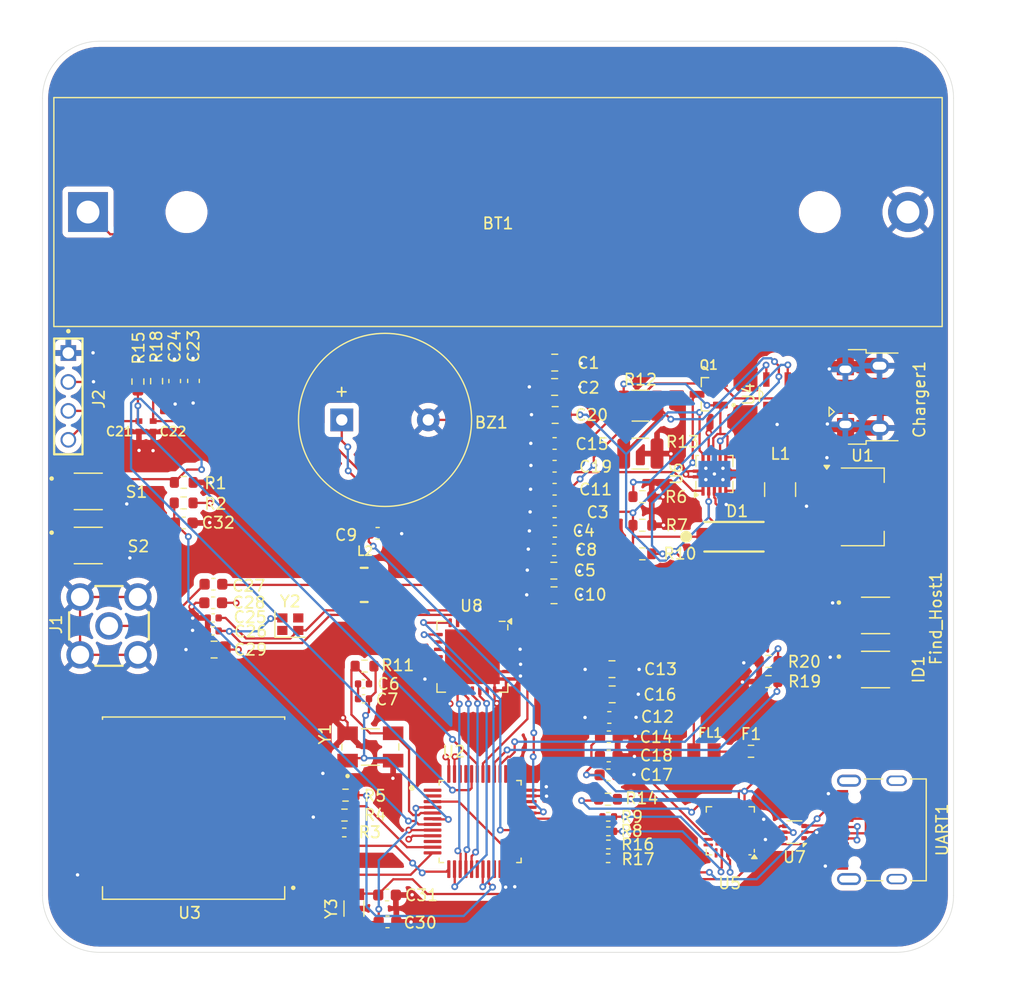
<source format=kicad_pcb>
(kicad_pcb (version 20241229) (generator "pcbnew") (generator_version "9.0")
  (layers (0 "F.Cu" signal) (4 "In1.Cu" signal) (6 "In2.Cu" signal) (2 "B.Cu" signal) (13 "F.Paste" user) (15 "B.Paste" user) (5 "F.SilkS" user "F.Silkscreen") (7 "B.SilkS" user "B.Silkscreen") (1 "F.Mask" user) (3 "B.Mask" user) (25 "Edge.Cuts" user))
  (net 0 "")
  (net 1 "Net-(BT1-+)")
  (net 2 "GND")
  (net 3 "Buzzer")
  (net 4 "5v OUT")
  (net 5 "3.3V OUT")
  (net 6 "Net-(Charger1-VBUS)")
  (net 7 "OSC_IN")
  (net 8 "Net-(C6-Pad1)")
  (net 9 "OSC_OUT")
  (net 10 "Net-(U5-REGIN)")
  (net 11 "Net-(Q1-D)")
  (net 12 "Net-(U5-VPP)")
  (net 13 "Net-(U6-VAUX)")
  (net 14 "Net-(U8-XTA)")
  (net 15 "Net-(U8-XTB)")
  (net 16 "I2C SDL")
  (net 17 "I2C SCL")
  (net 18 "Net-(Charger1-D+)")
  (net 19 "Net-(F1-Pad2)")
  (net 20 "PC_OSC_OUT")
  (net 21 "Net-(U6-L)")
  (net 22 "Net-(U8-PA_BOOST)")
  (net 23 "Net-(C27-Pad2)")
  (net 24 "NRST")
  (net 25 "Net-(C27-Pad1)")
  (net 26 "BOOT0")
  (net 27 "GPS_Reset")
  (net 28 "Net-(U3-~{RESET})")
  (net 29 "Net-(U4-PROG)")
  (net 30 "Find_Host")
  (net 31 "ID")
  (net 32 "Net-(U5-RXD)")
  (net 33 "TX")
  (net 34 "RX")
  (net 35 "Net-(U5-TXD)")
  (net 36 "Net-(U6-UVLO)")
  (net 37 "Net-(U5-~{RST})")
  (net 38 "Net-(UART1-CC2)")
  (net 39 "Net-(UART1-CC1)")
  (net 42 "PC_OSC_IN")
  (net 46 "Net-(Q1-G)")
  (net 47 "Net-(U2-PB2)")
  (net 49 "GPS_TX")
  (net 51 "SCK")
  (net 52 "MISO")
  (net 54 "NSS(CS)")
  (net 56 "DIO0(IRQ)")
  (net 61 "RESET")
  (net 62 "MOSI")
  (net 66 "GPS_Rx")
  (net 82 "Net-(U5-D-)")
  (net 84 "Net-(U5-D+)")
  (net 87 "Net-(U7-I{slash}O2-Pad3)")
  (net 88 "Net-(U7-I{slash}O1-Pad1)")
  (footprint "Capacitor_SMD:C_0402_1005Metric" (layer "F.Cu") (at 73.19 141.43)
    (property "Reference" "C6")
    (property "Value" "20pF")
  )
  (footprint "Capacitor_SMD:C_0603_1608Metric" (layer "F.Cu") (at 89.97 122.32 180)
    (property "Reference" "C19")
    (property "Value" "1uF")
  )
  (footprint "Capacitor_SMD:C_0603_1608Metric" (layer "F.Cu") (at 75.255 159.97)
    (property "Reference" "C31")
    (property "Value" "0.1uF")
  )
  (footprint "L86-M33:XCVR_L86-M33" (layer "F.Cu") (at 58.27 151.84 180)
    (property "Reference" "U3")
    (property "Value" "L86-M33")
  )
  (footprint "Inductor_SMD:L_1210_3225Metric" (layer "F.Cu") (at 109.77 124.37 -90)
    (property "Reference" "L1")
    (property "Value" "2.2uH")
  )
  (footprint "Capacitor_SMD:C_0603_1608Metric" (layer "F.Cu") (at 59.99 134.31)
    (property "Reference" "C28")
    (property "Value" "1uF")
  )
  (footprint "Capacitor_SMD:C_0805_2012Metric" (layer "F.Cu") (at 90.02 117.82 180)
    (property "Reference" "C20")
    (property "Value" "22uF")
  )
  (footprint "Capacitor_SMD:C_0603_1608Metric" (layer "F.Cu") (at 89.97 124.34 180)
    (property "Reference" "C11")
    (property "Value" "4.7uF")
  )
  (footprint "Resistor_SMD:R_0402_1005Metric" (layer "F.Cu") (at 94.69 155.53)
    (property "Reference" "R16")
    (property "Value" "5.1K")
  )
  (footprint "Diode_SMD:SW_SKRPABE010" (layer "F.Cu") (at 118.15 140.17)
    (property "Reference" "ID1")
    (property "Value" "SKRPABE010")
  )
  (footprint "Resistor_SMD:R_0603_1608Metric" (layer "F.Cu") (at 108.745 141.23)
    (property "Reference" "R19")
    (property "Value" "10K")
  )
  (footprint "PESD0402-140:RESC1005X35N" (layer "F.Cu") (at 54.72 118.813 -90)
    (property "Reference" "C22")
    (property "Value" "PESD0402-140")
  )
  (footprint "Resistor_SMD:R_0402_1005Metric" (layer "F.Cu") (at 94.68 153.1)
    (property "Reference" "R9")
    (property "Value" "22R")
  )
  (footprint "Resistor_SMD:R_1210_3225Metric" (layer "F.Cu") (at 97.5 121.21)
    (property "Reference" "R13")
    (property "Value" "180K")
  )
  (footprint "Diode_SMD:DIOM5226X220N" (layer "F.Cu") (at 105.72 128.51)
    (property "Reference" "D1")
    (property "Value" "D_Schottky")
  )
  (footprint "Crystal:Crystal_SMD_3215-2Pin_3.2x1.5mm" (layer "F.Cu") (at 72.35 161.16 90)
    (property "Reference" "Y3")
    (property "Value" "32.768kHz")
  )
  (footprint "Capacitor_SMD:C_0603_1608Metric" (layer "F.Cu") (at 89.935 129.66)
    (property "Reference" "C8")
    (property "Value" "1uF")
  )
  (footprint "Capacitor_SMD:C_0603_1608Metric" (layer "F.Cu") (at 74.43 128.21)
    (property "Reference" "C9")
    (property "Value" "1uF")
  )
  (footprint "Capacitor_SMD:C_0402_1005Metric" (layer "F.Cu") (at 59.99 136.78)
    (property "Reference" "C26")
    (property "Value" "12pF")
  )
  (footprint "Package_TO_SOT_SMD:SOT95P280X145-5N" (layer "F.Cu") (at 109.5 116 90)
    (property "Reference" "U4")
    (property "Value" "MCP73831-2-OT")
  )
  (footprint "Capacitor_SMD:C_0603_1608Metric" (layer "F.Cu") (at 94.725 147.76)
    (property "Reference" "C18")
    (property "Value" "4.7uF")
  )
  (footprint "Package_TO_SOT_SMD:SOT-666" (layer "F.Cu") (at 111.03 154.4475 180)
    (property "Reference" "U7")
    (property "Value" "USBLC6-2P6")
  )
  (footprint "Capacitor_SMD:C_0805_2012Metric" (layer "F.Cu") (at 60.07 138.42)
    (property "Reference" "C29")
    (property "Value" "22uF")
  )
  (footprint "Resistor_SMD:R_0402_1005Metric" (layer "F.Cu") (at 94.69 154.38)
    (property "Reference" "R8")
    (property "Value" "22R")
  )
  (footprint "Capacitor_SMD:C_0603_1608Metric" (layer "F.Cu") (at 94.695 149.42 180)
    (property "Reference" "C17")
    (property "Value" "0.1uF")
  )
  (footprint "Package_DFN_QFN:QFN-28-1EP_6x6mm_P0.65mm_EP4.8x4.8mm" (layer "F.Cu") (at 82.75 139.05 -90)
    (property "Reference" "U8")
    (property "Value" "SX1278")
  )
  (footprint "Capacitor_SMD:C_0603_1608Metric" (layer "F.Cu") (at 56.61 114.84 -90)
    (property "Reference" "C24")
    (property "Value" "0.1uF")
  )
  (footprint "Capacitor_SMD:C_0805_2012Metric" (layer "F.Cu") (at 89.98 113.22)
    (property "Reference" "C1")
    (property "Value" "22uF")
  )
  (footprint "Resistor_SMD:R_0603_1608Metric" (layer "F.Cu") (at 97.675 130.01)
    (property "Reference" "R10")
    (property "Value" "1K")
  )
  (footprint "Resistor_SMD:R_0603_1608Metric" (layer "F.Cu") (at 107.215 147.35 180)
    (property "Reference" "F1")
    (property "Value" "Polyfuse")
  )
  (footprint "Diode_SMD:SW_SKRPABE010" (layer "F.Cu") (at 49.0215 124.53)
    (property "Reference" "S1")
    (property "Value" "SKRPABE010")
  )
  (footprint "ABM3B-8.000MHZ-B2-T:XTAL_ABM3B-8.000MHZ-B2-T" (layer "F.Cu") (at 73.79 146.97 90)
    (property "Reference" "Y1")
    (property "Value" "ABM3B-8.000MHZ-B2-T")
  )
  (footprint "BLM21PG221SN1D:BEADC2012X105N" (layer "F.Cu") (at 103.083 147.383 180)
    (property "Reference" "FL1")
    (property "Value" "BLM21PG221SN1D")
  )
  (footprint "Resistor_SMD:R_0603_1608Metric" (layer "F.Cu") (at 97.675 127.5)
    (property "Reference" "R7")
    (property "Value" "10K")
  )
  (footprint "Resistor_SMD:R_0603_1608Metric" (layer "F.Cu") (at 73.28 139.87)
    (property "Reference" "R11")
    (property "Value" "1M")
  )
  (footprint "Capacitor_SMD:C_0603_1608Metric" (layer "F.Cu") (at 94.775 144.38)
    (property "Reference" "C12")
    (property "Value" "0.1uF")
  )
  (footprint "Resistor_SMD:R_0603_1608Metric" (layer "F.Cu") (at 71.52 152.95)
    (property "Reference" "R4")
    (property "Value" "1K")
  )
  (footprint "Resistor_SMD:R_0402_1005Metric" (layer "F.Cu") (at 94.67 156.74)
    (property "Reference" "R17")
    (property "Value" "5.1K")
  )
  (footprint "Diode_SMD:SW_SKRPABE010" (layer "F.Cu") (at 118.15 135.42)
    (property "Reference" "Find_Host1")
    (property "Value" "SKRPABE010")
  )
  (footprint "Resistor_SMD:R_1210_3225Metric" (layer "F.Cu") (at 97.5 117)
    (property "Reference" "R12")
    (property "Value" "2M")
  )
  (footprint "STM32F103C8T6:QFP50P900X900X160-48N" (layer "F.Cu") (at 83.43 153.52)
    (property "Reference" "U2")
    (property "Value" "STM32F103C8T6")
  )
  (footprint "Crystal:Crystal_SMD_2016-4Pin_2.0x1.6mm" (layer "F.Cu") (at 66.76 136.19)
    (property "Reference" "Y2")
    (property "Value" "32MHz")
  )
  (footprint "Resistor_SMD:R_0603_1608Metric" (layer "F.Cu") (at 97.675 124.99)
    (property "Reference" "R6")
    (property "Value" "10K")
  )
  (footprint "Package_TO_SOT_SMD:SOT-223-3_TabPin2" (layer "F.Cu") (at 117 125.8875)
    (property "Reference" "U1")
    (property "Value" "AMS1117-3.3")
  )
  (footprint "Connector_USB:USB_Micro-B_Amphenol_10103594-0001LF_Horizontal" (layer "F.Cu") (at 117.385 116.205 90)
    (property "Reference" "Charger1")
    (property "Value" "Charger")
  )
  (footprint "WE-TPC_2811:WE-TPC_2811" (layer "F.Cu") (at 73.25 132.74 90)
    (property "Reference" "L2")
    (property "Value" "WE-TPC_2811")
  )
  (footprint "Capacitor_SMD:C_0603_1608Metric" (layer "F.Cu") (at 60.01 132.68)
    (property "Reference" "C27")
    (property "Value" "27pF")
  )
  (footprint "Capacitor_SMD:C_0805_2012Metric" (layer "F.Cu") (at 95.025 142.35)
    (property "Reference" "C16")
    (property "Value" "22uF")
  )
  (footprint "Resistor_SMD:R_0402_1005Metric" (layer "F.Cu") (at 71.5 154.48)
    (property "Reference" "R3")
    (property "Value" "100R")
  )
  (footprint "Diode_SMD:SW_SKRPABE010" (layer "F.Cu") (at 49.0215 129.28)
    (property "Reference" "S2")
    (property "Value" "SKRPABE010")
  )
  (footprint "Capacitor_SMD:C_0603_1608Metric" (layer "F.Cu") (at 94.735 146.08)
    (property "Reference" "C14")
    (property "Value" "4.7uF")
  )
  (footprint "Battery:BatteryHolder_MPD_BH-18650-PC2" (layer "F.Cu") (at 49 100)
    (property "Reference" "BT1")
    (property "Value" "Battery_Cell")
  )
  (footprint "Package_SON:Texas_S-PVSON-N10_ThermalVias" (layer "F.Cu") (at 104 123 90)
    (property "Reference" "U6")
    (property "Value" "TPS61200DRC")
  )
  (footprint "Package_DFN_QFN:QFN-24-1EP_4x4mm_P0.5mm_EP2.6x2.6mm" (layer "F.Cu") (at 105.3975 154.33 180)
    (property "Reference" "U5")
    (property "Value" "CP2104")
  )
  (footprint "12402012E212A:AMPHENOL_12402012E212A" (layer "F.Cu") (at 120 154.25 90)
    (property "Reference" "UART1")
    (property "Value" "USB_C_Receptacle_USB2.0_16P")
  )
  (footprint "Capacitor_SMD:C_0805_2012Metric" (layer "F.Cu") (at 95.005 140.14 180)
    (property "Reference" "C13")
    (property "Value" "22uF")
  )
  (footprint "Buzzer_Beeper:Buzzer_15x7.5RM7.6" (layer "F.Cu") (at 71.28 118.25)
    (property "Reference" "BZ1")
    (property "Value" "Buzzer")
  )
  (footprint "Capacitor_SMD:C_0402_1005Metric" (layer "F.Cu") (at 73.19 142.74)
    (property "Reference" "C7")
    (property "Value" "20pF")
  )
  (footprint "Capacitor_SMD:C_0603_1608Metric" (layer "F.Cu") (at 89.97 126.32 180)
    (property "Reference" "C3")
    (property "Value" "4.7uF")
  )
  (footprint "Capacitor_SMD:C_0402_1005Metric" (layer "F.Cu") (at 59.99 135.64)
    (property "Reference" "C25")
    (property "Value" "12pF")
  )
  (footprint "PESD0402-140:RESC1005X35N" (layer "F.Cu") (at 53.47 118.813 -90)
    (property "Reference" "C21")
    (property "Value" "PESD0402-140")
  )
  (footprint "Resistor_SMD:R_0603_1608Metric" (layer "F.Cu") (at 53.38 114.885 90)
    (property "Reference" "R15")
    (property "Value" "2.2K")
  )
  (footprint "SMA-J-P-X-ST-TH1:SAMTEC_SMA-J-P-X-ST-TH1" (layer "F.Cu") (at 50.84 136.34)
    (property "Reference" "J1")
    (property "Value" "SMA-J-P-X-ST-TH1")
  )
  (footprint "Capacitor_SMD:C_0805_2012Metric" (layer "F.Cu") (at 89.92 133.65)
    (property "Reference" "C10")
    (property "Value" "22uF")
  )
  (footprint "Capacitor_SMD:C_0603_1608Metric" (layer "F.Cu") (at 57.405 127.3 180)
    (property "Reference" "C32")
    (property "Value" "0.1uF")
  )
  (footprint "Resistor_SMD:R_0603_1608Metric" (layer "F.Cu") (at 71.61 151.2)
    (property "Reference" "R5")
    (property "Value" "10K")
  )
  (footprint "Resistor_SMD:R_0603_1608Metric" (layer "F.Cu") (at 57.405 123.74 180)
    (property "Reference" "R1")
    (property "Value" "10K")
  )
  (footprint "Resistor_SMD:R_0603_1608Metric" (layer "F.Cu") (at 94.66 151.56)
    (property "Reference" "R14")
    (property "Value" "10K")
  )
  (footprint "HTSW-104-20-TM-S:SAMTEC_HTSW-104-20-TM-S" (layer "F.Cu") (at 47.27 116.19 90)
    (property "Reference" "J2")
    (property "Value" "OLED")
  )
  (footprint "Resistor_SMD:R_0603_1608Metric" (layer "F.Cu") (at 108.765 139.46)
    (property "Reference" "R20")
    (property "Value" "10K")
  )
  (footprint "Capacitor_SMD:C_0603_1608Metric" (layer "F.Cu") (at 75.295 162.33)
    (property "Reference" "C30")
    (property "Value" "0.1uF")
  )
  (footprint "Resistor_SMD:R_0603_1608Metric" (layer "F.Cu") (at 57.395 125.54 180)
    (property "Reference" "R2")
    (property "Value" "10K")
  )
  (footprint "SI2333DS-T1-E3:SOT95P237X112-3N" (layer "F.Cu") (at 103.5 116 180)
    (property "Reference" "Q1")
    (property "Value" "Q_PMOS_DSG")
  )
  (footprint "Capacitor_SMD:C_0805_2012Metric" (layer "F.Cu") (at 89.97 115.36)
    (property "Reference" "C2")
    (property "Value" "22uF")
  )
  (footprint "Capacitor_SMD:C_0603_1608Metric" (layer "F.Cu") (at 58.26 114.827 -90)
    (property "Reference" "C23")
    (property "Value" "4.7uF")
  )
  (footprint "Capacitor_SMD:C_0603_1608Metric" (layer "F.Cu") (at 89.97 120.32 180)
    (property "Reference" "C15")
    (property "Value" "4.7uF")
  )
  (footprint "Capacitor_SMD:C_0805_2012Metric" (layer "F.Cu") (at 89.9 131.49)
    (property "Reference" "C5")
    (property "Value" "22uF")
  )
  (footprint "Resistor_SMD:R_0603_1608Metric" (layer "F.Cu") (at 55.02 114.85 90)
    (property "Reference" "R18")
    (property "Value" "2.2K")
  )
  (footprint "Capacitor_SMD:C_0603_1608Metric" (layer "F.Cu") (at 89.99 128.04)
    (property "Reference" "C4")
    (property "Value" "1uF")
  )
  (gr_arc (start 50 165) (mid 46.464466 163.535534) (end 45 160) (stroke (width 0.05)) (layer "Edge.Cuts"))
  (gr_arc (start 120 85) (mid 123.535534 86.464466) (end 125 90) (stroke (width 0.05)) (layer "Edge.Cuts"))
  (gr_arc (start 45 90) (mid 46.464466 86.464466) (end 50 85) (stroke (width 0.05)) (layer "Edge.Cuts"))
  (gr_line (start 125 90) (end 125 160) (stroke (width 0.05)) (layer "Edge.Cuts"))
  (gr_arc (start 125 160) (mid 123.535534 163.535534) (end 120 165) (stroke (width 0.05)) (layer "Edge.Cuts"))
  (gr_line (start 50 165) (end 120 165) (stroke (width 0.05)) (layer "Edge.Cuts"))
  (gr_line (start 45 90) (end 45 160) (stroke (width 0.05)) (layer "Edge.Cuts"))
  (gr_line (start 50 85) (end 120 85) (stroke (width 0.05)) (layer "Edge.Cuts"))
  (segment (start 91.306 124.34) (end 92.21 123.436) (width 0.2) (layer "F.Cu") (net 1))
  (segment (start 110.4398 116.7188) (end 110.4398 117.2954) (width 0.2) (layer "F.Cu") (net 1))
  (segment (start 97.374 116.41484) (end 98.73884 115.05) (width 0.2) (layer "F.Cu") (net 1))
  (segment (start 49 100) (end 50.951 101.951) (width 0.2) (layer "F.Cu") (net 1))
  (segment (start 98.73884 115.05) (end 104.525 115.05) (width 0.2) (layer "F.Cu") (net 1))
  (segment (start 50.951 101.951) (end 58.453131 101.951) (width 0.2) (layer "F.Cu") (net 1))
  (segment (start 96.314 118.626) (end 97.374 118.626) (width 0.2) (layer "F.Cu") (net 1))
  (segment (start 93.41 122.236) (end 93.41 121.53) (width 0.2) (layer "F.Cu") (net 1))
  (segment (start 79.598131 123.096) (end 89.501 123.096) (width 0.2) (layer "F.Cu") (net 1))
  (segment (start 93.41 121.53) (end 96.314 118.626) (width 0.2) (layer "F.Cu") (net 1))
  (segment (start 90.745 124.34) (end 91.306 124.34) (width 0.2) (layer "F.Cu") (net 1))
  (segment (start 89.501 123.096) (end 90.745 124.34) (width 0.2) (layer "F.Cu") (net 1))
  (segment (start 104.525 115.05) (end 105.8344 116.3594) (width 0.2) (layer "F.Cu") (net 1))
  (segment (start 110.0804 116.3594) (end 110.4398 116.7188) (width 0.2) (layer "F.Cu") (net 1))
  (segment (start 105.8344 116.3594) (end 110.0804 116.3594) (width 0.2) (layer "F.Cu") (net 1))
  (segment (start 97.374 118.626) (end 97.374 116.41484) (width 0.2) (layer "F.Cu") (net 1))
  (segment (start 58.453131 101.951) (end 79.598131 123.096) (width 0.2) (layer "F.Cu") (net 1))
  (via (at 93.41 122.236) (size 0.6) (drill 0.3) (layers "F.Cu" "B.Cu") (net 1))
  (via (at 92.21 123.436) (size 0.6) (drill 0.3) (layers "F.Cu" "B.Cu") (net 1))
  (segment (start 92.21 123.436) (end 93.41 122.236) (width 0.2) (layer "B.Cu") (net 1))
  (segment (start 115.5 113.81) (end 114.12 113.81) (width 0.2) (layer "F.Cu") (net 2))
  (segment (start 89.195 120.32) (end 87.89 120.32) (width 0.2) (layer "F.Cu") (net 2))
  (segment (start 97.37 140.14) (end 97.39 140.16) (width 0.2) (layer "F.Cu") (net 2))
  (segment (start 59.12 138.42) (end 57.6 138.42) (width 0.2) (layer "F.Cu") (net 2))
  (segment (start 84.77 143.14) (end 84.7 143.07) (width 0.2) (layer "F.Cu") (net 2))
  (segment (start 89.24 151.27) (end 89.26 151.29) (width 0.2) (layer "F.Cu") (net 2))
  (segment (start 80.8 143.17) (end 80.8 142.0375) (width 0.2) (layer "F.Cu") (net 2))
  (segment (start 86.71 141) (end 86.97 140.74) (width 0.2) (layer "F.Cu") (net 2))
  (segment (start 87.61 151.27) (end 89.24 151.27) (width 0.2) (layer "F.Cu") (net 2))
  (segment (start 101.77 122.75) (end 101.5 123.02) (width 0.2) (layer "F.Cu") (net 2))
  (segment (start 68.76 153.11) (end 68.78 153.13) (width 0.2) (layer "F.Cu") (net 2))
  (segment (start 47.27 112.38) (end 49.42 112.38) (width 0.2) (layer "F.Cu") (net 2))
  (segment (start 81.18 149.34) (end 81.18 147.86) (width 0.2) (layer "F.Cu") (net 2))
  (segment (start 92.228822 113.22) (end 92.29593 113.287108) (width 0.2) (layer "F.Cu") (net 2))
  (segment (start 87.89 120.32) (end 87.88 120.31) (width 0.2) (layer "F.Cu") (net 2))
  (segment (start 84.89 143.14) (end 84.77 143.14) (width 0.2) (layer "F.Cu") (net 2))
  (segment (start 70.785 152.86) (end 70.695 152.95) (width 0.2) (layer "F.Cu") (net 2))
  (segment (start 104.5 124.475) (end 104.5 125.14) (width 0.2) (layer "F.Cu") (net 2))
  (segment (start 115.6 113.23) (end 115.5 113.33) (width 0.2) (layer "F.Cu") (net 2))
  (segment (start 118.5 113.5) (end 118.5 115) (width 0.2) (layer "F.Cu") (net 2))
  (segment (start 98.9825 121.23) (end 98.9625 121.21) (width 0.2) (layer "F.Cu") (net 2))
  (segment (start 109.5 118.64) (end 109.51 118.65) (width 0.2) (layer "F.Cu") (net 2))
  (segment (start 54.71 119.28) (end 54.72 119.27) (width 0.2) (layer "F.Cu") (net 2))
  (segment (start 87.72 129.66) (end 87.66 129.6) (width 0.2) (layer "F.Cu") (net 2))
  (segment (start 58.26 115.602) (end 58.26 116.74) (width 0.2) (layer "F.Cu") (net 2))
  (segment (start 59.215 134.31) (end 58.45353 134.31) (width 0.2) (layer "F.Cu") (net 2))
  (segment (start 95.955 140.14) (end 97.37 140.14) (width 0.2) (layer "F.Cu") (net 2))
  (segment (start 59.51 136.78) (end 58.23 136.78) (width 0.2) (layer "F.Cu") (net 2))
  (segment (start 51.0965 130.355) (end 52.655 130.355) (width 0.2) (layer "F.Cu") (net 2))
  (segment (start 118.77 117.19) (end 118.77 118.69) (width 0.2) (layer "F.Cu") (net 2))
  (segment (start 80.8 141) (end 82.75 139.05) (width 0.2) (layer "F.Cu") (net 2))
  (segment (start 49.42 112.38) (end 49.44 112.36) (width 0.2) (layer "F.Cu") (net 2))
  (segment (start 115.25 157.45) (end 113.76 157.45) (width 0.2) (layer "F.Cu") (net 2))
  (segment (start 87.62 131.49) (end 87.57 131.44) (width 0.2) (layer "F.Cu") (net 2))
  (segment (start 89.16 129.66) (end 87.72 129.66) (width 0.2) (layer "F.Cu") (net 2))
  (segment (start 102.37 123.25) (end 101.73 123.25) (width 0.2) (layer "F.Cu") (net 2))
  (segment (start 114.03 151.05) (end 114.01 151.07) (width 0.2) (layer "F.Cu") (net 2))
  (segment (start 76.075 162.27) (end 77.29 162.27) (width 0.2) (layer "F.Cu") (net 2))
  (segment (start 95.51 146.08) (end 97.01 146.08) (width 0.2) (layer "F.Cu") (net 2))
  (segment (start 103.5 119.41) (end 103.51 119.4) (width 0.2) (layer "F.Cu") (net 2))
  (segment (start 115.62 114.93) (end 115.62 113.93) (width 0.2) (layer "F.Cu") (net 2))
  (segment (start 115.5 118.65) (end 113.96 118.65) (width 0.2) (layer "F.Cu") (net 2))
  (segment (start 85.7375 141) (end 86.71 141) (width 0.2) (layer "F.Cu") (net 2))
  (segment (start 77.29 162.27) (end 77.36 162.34) (width 0.2) (layer "F.Cu") (net 2))
  (segment (start 104.75 122.5) (end 105.3 122.5) (width 0.2) (layer "F.Cu") (net 2))
  (segment (start 87.83 126.32) (end 87.82 126.33) (width 0.2) (layer "F.Cu") (net 2))
  (segment (start 113.96 118.65) (end 113.92 118.61) (width 0.2) (layer "F.Cu") (net 2))
  (segment (start 46.9465 130.355) (end 51.0965 130.355) (width 0.2) (layer "F.Cu") (net 2))
  (segment (start 107.335 155.08) (end 106.1475 155.08) (width 0.2) (layer "F.Cu") (net 2))
  (segment (start 107.92 141.23) (end 106.5 141.23) (width 0.2) (layer "F.Cu") (net 2))
  (segment (start 95.47 149.42) (end 96.91 149.42) (width 0.2) (layer "F.Cu") (net 2))
  (segment (start 97.31 142.35) (end 97.32 142.34) (width 0.2) (layer "F.Cu") (net 2))
  (segment (start 79.25 154.27) (end 77.16 154.27) (width 0.2) (layer "F.Cu") (net 2))
  (segment (start 54.71 120.95) (end 54.71 119.28) (width 0.2) (layer "F.Cu") (net 2))
  (segment (start 66.02 153.11) (end 68.76 153.11) (width 0.2) (layer "F.Cu") (net 2))
  (segment (start 85.7375 140.35) (end 84.05 140.35) (width 0.2) (layer "F.Cu") (net 2))
  (segment (start 56.61 116.82) (end 56.65 116.86) (width 0.2) (layer "F.Cu") (net 2))
  (segment (start 107.94 139.46) (end 106.7 139.46) (width 0.2) (layer "F.Cu") (net 2))
  (segment (start 76.035 159.91) (end 77.42 159.91) (width 0.2) (layer "F.Cu") (net 2))
  (segment (start 48.3 133.8) (end 48.3 138.88) (width 0.2) (layer "F.Cu") (net 2))
  (segment (start 95.55 144.38) (end 97.11 144.38) (width 0.2) (layer "F.Cu") (net 2))
  (segment (start 95.5 147.76) (end 96.94 147.76) (width 0.2) (layer "F.Cu") (net 2))
  (segment (start 75.79 148.17) (end 75.79 149.7) (width 0.2) (layer "F.Cu") (net 2))
  (segment (start 118.5 115) (end 118.77 115.27) (width 0.2) (layer "F.Cu") (net 2))
  (segment (start 58.23 123.74) (end 59.76 123.74) (width 0.2) (layer "F.Cu") (net 2))
  (segment (start 104.75 123.5) (end 105.38 123.5) (width 0.2) (layer "F.Cu") (net 2))
  (segment (start 103.5 122.415) (end 103.5 121.525) (width 0.2) (layer "F.Cu") (net 2))
  (segment (start 86.58 140.35) (end 86.97 140.74) (width 0.2) (layer "F.Cu") (net 2))
  (segment (start 58.205825 135.64) (end 58.188971 135.656854) (width 0.2) (layer "F.Cu") (net 2))
  (segment (start 114.12 113.81) (end 114.09 113.78) (width 0.2) (layer "F.Cu") (net 2))
  (segment (start 50.52 158.19) (end 48.09 158.19) (width 0.2) (layer "F.Cu") (net 2))
  (segment (start 113.76 157.45) (end 113.74 157.43) (width 0.2) (layer "F.Cu") (net 2))
  (segment (start 84.7 142.0375) (end 84.7 142.95) (width 0.2) (layer "F.Cu") (net 2))
  (segment (start 90.93 113.22) (end 92.228822 113.22) (width 0.2) (layer "F.Cu") (net 2))
  (segment (start 88.97 133.65) (end 87.56 133.65) (width 0.2) (layer "F.Cu") (net 2))
  (segment (start 87.48 118.25) (end 87.94 117.79) (width 0.2) (layer "F.Cu") (net 2))
  (segment (start 48.09 158.19) (end 48.08 158.2) (width 0.2) (layer "F.Cu") (net 2))
  (segment (start 103.5 121.24) (end 103.5 119.41) (width 0.2) (layer "F.Cu") (net 2))
  (segment (start 104.5 123.75) (end 104.75 123.5) (width 0.2) (layer "F.Cu") (net 2))
  (segment (start 99.49 125) (end 98.51 125) (width 0.2) (layer "F.Cu") (net 2))
  (segment (start 105.3 122.5) (end 105.55 122.75) (width 0.2) (layer "F.Cu") (net 2))
  (segment (start 48.3 138.88) (end 53.38 138.88) (width 0.2) (layer "F.Cu") (net 2))
  (segment (start 71.79 145.77) (end 71.79 144.82) (width 0.2) (layer "F.Cu") (net 2))
  (segment (start 56.61 115.615) (end 56.61 116.82) (width 0.2) (layer "F.Cu") (net 2))
  (segment (start 108.48 155.1) (end 107.355 155.1) (width 0.2) (layer "F.Cu") (net 2))
  (segment (start 107.355 155.1) (end 107.335 155.08) (width 0.2) (layer "F.Cu") (net 2))
  (segment (start 90.92 115.36) (end 92.17 115.36) (width 0.2) (layer "F.Cu") (net 2))
  (segment (start 52.655 130.355) (end 52.67 130.37) (width 0.2) (layer "F.Cu") (net 2))
  (segment (start 87.56 133.65) (end 87.52 133.61) (width 0.2) (layer "F.Cu") (net 2))
  (segment (start 70.695 152.95) (end 68.96 152.95) (width 0.2) (layer "F.Cu") (net 2))
  (segment (start 89.195 122.32) (end 87.96 122.32) (width 0.2) (layer "F.Cu") (net 2))
  (segment (start 104.5 124.475) (end 104.5 123.75) (width 0.2) (layer "F.Cu") (net 2))
  (segment (start 58.23 136.78) (end 58.18 136.73) (width 0.2) (layer "F.Cu") (net 2))
  (segment (start 80.8 142.0375) (end 80.8 141) (width 0.2) (layer "F.Cu") (net 2))
  (segment (start 118.77 115.27) (end 118.77 117.19) (width 0.2) (layer "F.Cu") (net 2))
  (segment (start 112.9575 154.4475) (end 112.98 154.47) (width 0.2) (layer "F.Cu") (net 2))
  (segment (start 96.94 147.76) (end 96.98 147.8) (width 0.2) (layer "F.Cu") (net 2))
  (segment (start 81.18 147.86) (end 81.21 147.83) (width 0.2) (layer "F.Cu") (net 2))
  (segment (start 101.73 123.25) (end 101.5 123.02) (width 0.2) (layer "F.Cu") (net 2))
  (segment (start 89.195 124.34) (end 87.86 124.34) (width 0.2) (layer "F.Cu") (net 2))
  (segment (start 85.7375 138.4) (end 83.4 138.4) (width 0.2) (layer "F.Cu") (net 2))
  (segment (start 100.19 121.23) (end 98.9825 121.23) (width 0.2) (layer "F.Cu") (net 2))
  (segment (start 78.88 118.25) (end 87.48 118.25) (width 0.2) (layer "F.Cu") (net 2))
  (segment (start 89.195 126.32) (end 87.83 126.32) (width 0.2) (layer "F.Cu") (net 2))
  (segment (start 106.1475 155.08) (end 105.3975 154.33) (width 0.2) (layer "F.Cu") (net 2))
  (segment (start 106.7 139.46) (end 106.58 139.58) (width 0.2) (layer "F.Cu") (net 2))
  (segment (start 97.01 146.08) (end 97.06 146.03) (width 0.2) (layer "F.Cu") (net 2))
  (segment (start 87.97 117.82) (end 87.94 117.79) (width 0.2) (layer "F.Cu") (net 2))
  (segment (start 105.38 123.5) (end 105.63 123.25) (width 0.2) (layer "F.Cu") (net 2))
  (segment (start 89.07 117.82) (end 87.97 117.82) (width 0.2) (layer "F.Cu") (net 2))
  (segment (start 99.53 127.5) (end 98.5 127.5) (width 0.2) (layer "F.Cu") (net 2))
  (segment (start 115.25 151.05) (end 114.03 151.05) (width 0.2) (layer "F.Cu") (net 2))
  (segment (start 59.76 123.74) (end 59.78 123.76) (width 0.2) (layer "F.Cu") (net 2))
  (segment (start 106.5 141.23) (end 106.46 141.27) (width 0.2) (layer "F.Cu") (net 2))
  (segment (start 95.975 142.35) (end 97.31 142.35) (width 0.2) (layer "F.Cu") (net 2))
  (segment (start 98.51 125) (end 98.5 124.99) (width 0.2) (layer "F.Cu") (net 2))
  (segment (start 85.68 159.27) (end 85.67 159.28) (width 0.2) (layer "F.Cu") (net 2))
  (segment (start 89.215 128.04) (end 87.798198 128.04) (width 0.2) (layer "F.Cu") (net 2))
  (segment (start 84.7 141) (end 82.75 139.05) (width 0.2) (layer "F.Cu") (net 2))
  (segment (start 97.11 144.38) (end 97.12 144.37) (width 0.2) (layer "F.Cu") (net 2))
  (segment (start 111.955 154.4475) (end 112.9575 154.4475) (width 0.2) (layer "F.Cu") (net 2))
  (segment (start 92.17 115.36) (end 92.18 115.35) (width 0.2) (layer "F.Cu") (net 2))
  (segment (start 53.48 120.93) (end 53.48 119.28) (width 0.2) (layer "F.Cu") (net 2))
  (segment (start 85.7375 140.35) (end 86.58 140.35) (width 0.2) (layer "F.Cu") (net 2))
  (segment (start 53.38 133.8) (end 48.3 133.8) (width 0.2) (layer "F.Cu") (net 2))
  (segment (start 85.7375 138.4) (end 86.93 138.4) (width 0.2) (layer "F.Cu") (net 2))
  (segment (start 85.68 157.7) (end 85.68 159.27) (width 0.2) (layer "F.Cu") (net 2))
  (segment (start 58.26 116.74) (end 58.23 116.77) (width 0.2) (layer "F.Cu") (net 2))
  (segment (start 116.29 118.65) (end 116.82 119.18) (width 0.2) (layer "F.Cu") (net 2))
  (segment (start 76.51 128.21) (end 76.54 128.24) (width 0.2) (layer "F.Cu") (net 2))
  (segment (start 96.91 149.42) (end 96.94 149.39) (width 0.2) (layer "F.Cu") (net 2))
  (segment (start 103.365 122.55) (end 103.5 122.415) (width 0.2) (layer "F.Cu") (net 2))
  (segment (start 68.96 152.95) (end 68.78 153.13) (width 0.2) (layer "F.Cu") (net 2))
  (segment (start 77.42 159.91) (end 77.46 159.95) (width 0.2) (layer "F.Cu") (net 2))
  (segment (start 87.798198 128.04) (end 87.755388 127.99719) (width 0.2) (layer "F.Cu") (net 2))
  (segment (start 113.85 123.5875) (end 113.85 121.6) (width 0.2) (layer "F.Cu") (net 2))
  (segment (start 53.48 119.28) (end 53.47 119.27) (width 0.2) (layer "F.Cu") (net 2))
  (segment (start 84.7 142.95) (end 84.89 143.14) (width 0.2) (layer "F.Cu") (net 2))
  (segment (start 104.5 125.14) (end 105.04 125.68) (width 0.2) (layer "F.Cu") (net 2))
  (segment (start 115.62 113.93) (end 115.5 113.81) (width 0.2) (layer "F.Cu") (net 2))
  (segment (start 115.62 115.58) (end 115.62 114.93) (width 0.2) (layer "F.Cu") (net 2))
  (segment (start 59.65 127.3) (end 59.68 127.27) (width 0.2) (layer "F.Cu") (net 2))
  (segment (start 59.51 135.64) (end 58.205825 135.64) (width 0.2) (layer "F.Cu") (net 2))
  (segment (start 75.205 128.21) (end 76.51 128.21) (width 0.2) (layer "F.Cu") (net 2))
  (segment (start 87.96 122.32) (end 87.89 122.25) (width 0.2) (layer "F.Cu") (net 2))
  (segment (start 84.05 140.35) (end 82.75 139.05) (width 0.2) (layer "F.Cu") (net 2))
  (segment (start 75.79 149.7) (end 75.77 149.72) (width 0.2) (layer "F.Cu") (net 2))
  (segment (start 58.45353 134.31) (end 58.101765 134.661765) (width 0.2) (layer "F.Cu") (net 2))
  (segment (start 109.5 117.2954) (end 109.5 118.64) (width 0.2) (layer "F.Cu") (net 2))
  (segment (start 113.85 121.6) (end 113.88 121.57) (width 0.2) (layer "F.Cu") (net 2))
  (segment (start 58.18 127.3) (end 59.65 127.3) (width 0.2) (layer "F.Cu") (net 2))
  (segment (start 116.82 113.23) (end 115.6 113.23) (width 0.2) (layer "F.Cu") (net 2))
  (segment (start 84.7 142.0375) (end 84.7 141) (width 0.2) (layer "F.Cu") (net 2))
  (segment (start 102.37 122.75) (end 101.77 122.75) (width 0.2) (layer "F.Cu") (net 2))
  (segment (start 118.77 118.69) (end 118.5 118.96) (width 0.2) (layer "F.Cu") (net 2))
  (segment (start 115.5 118.65) (end 116.29 118.65) (width 0.2) (layer "F.Cu") (net 2))
  (segment (start 71.79 144.82) (end 71.38 144.41) (width 0.2) (layer "F.Cu") (net 2))
  (segment (start 88.95 131.49) (end 87.62 131.49) (width 0.2) (layer "F.Cu") (net 2))
  (segment (start 70.785 151.2) (end 70.785 152.86) (width 0.2) (layer "F.Cu") (net 2))
  (segment (start 86.93 138.4) (end 86.94 138.39) (width 0.2) (layer "F.Cu") (net 2))
  (segment (start 83.4 138.4) (end 82.75 139.05) (width 0.2) (layer "F.Cu") (net 2))
  (via blind (at 68.78 153.13) (size 0.6) (drill 0.3) (layers "F.Cu" "In2.Cu") (net 2))
  (via blind (at 87.94 117.79) (size 0.6) (drill 0.3) (layers "F.Cu" "In2.Cu") (net 2))
  (via blind (at 56.65 116.86) (size 0.6) (drill 0.3) (layers "F.Cu" "In2.Cu") (net 2))
  (via blind (at 86.97 140.74) (size 0.6) (drill 0.3) (layers "F.Cu" "In2.Cu") (net 2))
  (via blind (at 99.49 125) (size 0.6) (drill 0.3) (layers "F.Cu" "In2.Cu") (net 2))
  (via blind (at 76.54 128.24) (size 0.6) (drill 0.3) (layers "F.Cu" "In2.Cu") (net 2))
  (via blind (at 108.48 155.1) (size 0.6) (drill 0.3) (layers "F.Cu" "In2.Cu") (net 2))
  (via blind (at 89.26 151.29) (size 0.6) (drill 0.3) (layers "F.Cu" "In2.Cu") (net 2))
  (via blind (at 58.18 136.73) (size 0.6) (drill 0.3) (layers "F.Cu" "In2.Cu") (net 2))
  (via blind (at 113.88 121.57) (size 0.6) (drill 0.3) (layers "F.Cu" "In2.Cu") (net 2))
  (via blind (at 114.09 113.78) (size 0.6) (drill 0.3) (layers "F.Cu" "In2.Cu") (net 2))
  (via blind (at 106.58 139.58) (size 0.6) (drill 0.3) (layers "F.Cu" "In2.Cu") (net 2))
  (via blind (at 80.8 143.17) (size 0.6) (drill 0.3) (layers "F.Cu" "In2.Cu") (net 2))
  (via blind (at 113.92 118.61) (size 0.6) (drill 0.3) (layers "F.Cu" "In2.Cu") (net 2))
  (via blind (at 97.39 140.16) (size 0.6) (drill 0.3) (layers "F.Cu" "In2.Cu") (net 2))
  (via blind (at 81.21 147.83) (size 0.6) (drill 0.3) (layers "F.Cu" "In2.Cu") (net 2))
  (via blind (at 97.12 144.37) (size 0.6) (drill 0.3) (layers "F.Cu" "In2.Cu") (net 2))
  (via blind (at 48.08 158.2) (size 0.6) (drill 0.3) (layers "F.Cu" "In2.Cu") (net 2))
  (via blind (at 97.32 142.34) (size 0.6) (drill 0.3) (layers "F.Cu" "In2.Cu") (net 2))
  (via blind (at 87.82 126.33) (size 0.6) (drill 0.3) (layers "F.Cu" "In2.Cu") (net 2))
  (via blind (at 87.89 122.25) (size 0.6) (drill 0.3) (layers "F.Cu" "In2.Cu") (net 2))
  (via blind (at 100.19 121.23) (size 0.6) (drill 0.3) (layers "F.Cu" "In2.Cu") (net 2))
  (via blind (at 103.51 119.4) (size 0.6) (drill 0.3) (layers "F.Cu" "In2.Cu") (net 2))
  (via blind (at 99.53 127.5) (size 0.6) (drill 0.3) (layers "F.Cu" "In2.Cu") (net 2))
  (via blind (at 112.98 154.47) (size 0.6) (drill 0.3) (layers "F.Cu" "In2.Cu") (net 2))
  (via blind (at 77.46 159.95) (size 0.6) (drill 0.3) (layers "F.Cu" "In2.Cu") (net 2))
  (via blind (at 87.57 131.44) (size 0.6) (drill 0.3) (layers "F.Cu" "In2.Cu") (net 2))
  (via blind (at 52.67 130.37) (size 0.6) (drill 0.3) (layers "F.Cu" "In2.Cu") (net 2))
  (via blind (at 75.77 149.72) (size 0.6) (drill 0.3) (layers "F.Cu" "In2.Cu") (net 2))
  (via blind (at 71.38 144.41) (size 0.6) (drill 0.3) (layers "F.Cu" "In2.Cu") (net 2))
  (via blind (at 87.66 129.6) (size 0.6) (drill 0.3) (layers "F.Cu" "In2.Cu") (net 2))
  (via blind (at 109.51 118.65) (size 0.6) (drill 0.3) (layers "F.Cu" "In2.Cu") (net 2))
  (via blind (at 87.86 124.34) (size 0.6) (drill 0.3) (layers "F.Cu" "In2.Cu") (net 2))
  (via blind (at 53.48 120.93) (size 0.6) (drill 0.3) (layers "F.Cu" "In2.Cu") (net 2))
  (via blind (at 85.67 159.28) (size 0.6) (drill 0.3) (layers "F.Cu" "In2.Cu") (net 2))
  (via blind (at 59.68 127.27) (size 0.6) (drill 0.3) (layers "F.Cu" "In2.Cu") (net 2))
  (via blind (at 84.89 143.14) (size 0.6) (drill 0.3) (layers "F.Cu" "In2.Cu") (net 2))
  (via blind (at 54.71 120.95) (size 0.6) (drill 0.3) (layers "F.Cu" "In2.Cu") (net 2))
  (via blind (at 57.6 138.42) (size 0.6) (drill 0.3) (layers "F.Cu" "In2.Cu") (net 2))
  (via blind (at 86.94 138.39) (size 0.6) (drill 0.3) (layers "F.Cu" "In2.Cu") (net 2))
  (via blind (at 77.16 154.27) (size 0.6) (drill 0.3) (layers "F.Cu" "In2.Cu") (net 2))
  (via blind (at 113.74 157.43) (size 0.6) (drill 0.3) (layers "F.Cu" "In2.Cu") (net 2))
  (via blind (at 58.23 116.77) (size 0.6) (drill 0.3) (layers "F.Cu" "In2.Cu") (net 2))
  (via blind (at 87.755388 127.99719) (size 0.6) (drill 0.3) (layers "F.Cu" "In2.Cu") (net 2))
  (via blind (at 114.01 151.07) (size 0.6) (drill 0.3) (layers "F.Cu" "In2.Cu") (net 2))
  (via blind (at 101.5 123.02) (size 0.6) (drill 0.3) (layers "F.Cu" "In2.Cu") (net 2))
  (via blind (at 96.98 147.8) (size 0.6) (drill 0.3) (layers "F.Cu" "In2.Cu") (net 2))
  (via blind (at 77.36 162.34) (size 0.6) (drill 0.3) (layers "F.Cu" "In2.Cu") (net 2))
  (via blind (at 87.88 120.31) (size 0.6) (drill 0.3) (layers "F.Cu" "In2.Cu") (net 2))
  (via blind (at 59.78 123.76) (size 0.6) (drill 0.3) (layers "F.Cu" "In2.Cu") (net 2))
  (via blind (at 106.46 141.27) (size 0.6) (drill 0.3) (layers "F.Cu" "In2.Cu") (net 2))
  (via blind (at 97.06 146.03) (size 0.6) (drill 0.3) (layers "F.Cu" "In2.Cu") (net 2))
  (via blind (at 105.04 125.68) (size 0.6) (drill 0.3) (layers "F.Cu" "In2.Cu") (net 2))
  (via blind (at 87.52 133.61) (size 0.6) (drill 0.3) (layers "F.Cu" "In2.Cu") (net 2))
  (via blind (at 58.188971 135.656854) (size 0.6) (drill 0.3) (layers "F.Cu" "In2.Cu") (net 2))
  (via blind (at 49.44 112.36) (size 0.6) (drill 0.3) (layers "F.Cu" "In2.Cu") (net 2))
  (via blind (at 96.94 149.39) (size 0.6) (drill 0.3) (layers "F.Cu" "In2.Cu") (net 2))
  (via blind (at 58.101765 134.661765) (size 0.6) (drill 0.3) (layers "F.Cu" "In2.Cu") (net 2))
  (via blind (at 92.29593 113.287108) (size 0.6) (drill 0.3) (layers "F.Cu" "In2.Cu") (net 2))
  (via blind (at 92.18 115.35) (size 0.6) (drill 0.3) (layers "F.Cu" "In2.Cu") (net 2))
  (segment (start 104.5 123.5) (end 104 123) (width 0.2) (layer "B.Cu") (net 2))
  (segment (start 104.75 123.5) (end 104.75 122.5) (width 0.2) (layer "B.Cu") (net 2))
  (segment (start 104.75 123.5) (end 104.5 123.5) (width 0.2) (layer "B.Cu") (net 2))
  (segment (start 104.75 123.5) (end 103.25 123.5) (width 0.2) (layer "B.Cu") (net 2))
  (segment (start 71.85 122.72) (end 73.655 124.525) (width 0.2) (layer "F.Cu") (net 3))
  (segment (start 88.14 147.781959) (end 88.09 147.831959) (width 0.2) (layer "F.Cu") (net 3))
  (segment (start 71.28 120.09) (end 71.81 120.62) (width 0.2) (layer "F.Cu") (net 3))
  (segment (start 88.14 145.73) (end 88.14 147.781959) (width 0.2) (layer "F.Cu") (net 3))
  (segment (start 88.98 152.67) (end 88.88 152.77) (width 0.2) (layer "F.Cu") (net 3))
  (segment (start 74.045 129.335) (end 73.655 128.945) (width 0.2) (layer "F.Cu") (net 3))
  (segment (start 88.88 152.77) (end 87.61 152.77) (width 0.2) (layer "F.Cu") (net 3))
  (segment (start 73.655 124.525) (end 73.655 128.21) (width 0.2) (layer "F.Cu") (net 3))
  (segment (start 71.28 118.25) (end 71.28 120.09) (width 0.2) (layer "F.Cu") (net 3))
  (segment (start 73.655 128.945) (end 73.655 128.21) (width 0.2) (layer "F.Cu") (net 3))
  (via (at 88.14 145.73) (size 0.6) (drill 0.3) (layers "F.Cu" "B.Cu") (net 3))
  (via (at 74.045 129.335) (size 0.6) (drill 0.3) (layers "F.Cu" "B.Cu") (net 3))
  (via (at 88.09 147.831959) (size 0.6) (drill 0.3) (layers "F.Cu" "B.Cu") (net 3))
  (via (at 88.98 152.67) (size 0.6) (drill 0.3) (layers "F.Cu" "B.Cu") (net 3))
  (via (at 71.85 122.72) (size 0.6) (drill 0.3) (layers "F.Cu" "B.Cu") (net 3))
  (via (at 71.81 120.62) (size 0.6) (drill 0.3) (layers "F.Cu" "B.Cu") (net 3))
  (segment (start 88.14 143.43) (end 88.14 145.73) (width 0.2) (layer "B.Cu") (net 3))
  (segment (start 71.81 122.68) (end 71.85 122.72) (width 0.2) (layer "B.Cu") (net 3))
  (segment (start 88.09 151.78) (end 88.98 152.67) (width 0.2) (layer "B.Cu") (net 3))
  (segment (start 88.09 147.831959) (end 88.09 151.78) (width 0.2) (layer "B.Cu") (net 3))
  (segment (start 71.81 120.62) (end 71.81 122.68) (width 0.2) (layer "B.Cu") (net 3))
  (segment (start 74.045 129.335) (end 88.14 143.43) (width 0.2) (layer "B.Cu") (net 3))
  (segment (start 103.5 126.8) (end 103.5 125.419943) (width 0.2) (layer "F.Cu") (net 4))
  (segment (start 103.5 125.419943) (end 103.5 124.475) (width 0.2) (layer "F.Cu") (net 4))
  (segment (start 108.1925 128.1875) (end 107.87 128.51) (width 0.2) (layer "F.Cu") (net 4))
  (segment (start 102.7 120.94) (end 102.7 117.59) (width 0.2) (layer "F.Cu") (net 4))
  (segment (start 103 121.24) (end 102.7 120.94) (width 0.2) (layer "F.Cu") (net 4))
  (segment (start 104.134 127.434) (end 103.5 126.8) (width 0.2) (layer "F.Cu") (net 4))
  (segment (start 90.119 114.309) (end 90.119 116.929) (width 0.2) (layer "F.Cu") (net 4))
  (segment (start 105.021 128.321) (end 105.021 127.434) (width 0.2) (layer "F.Cu") (net 4))
  (segment (start 90.99 117.8) (end 90.97 117.82) (width 0.2) (layer "F.Cu") (net 4))
  (segment (start 92.2 117.8) (end 90.99 117.8) (width 0.2) (layer "F.Cu") (net 4))
  (segment (start 102.193 147.383) (end 102.193 131.473) (width 0.2) (layer "F.Cu") (net 4))
  (segment (start 107.87 128.51) (end 105.21 128.51) (width 0.2) (layer "F.Cu") (net 4))
  (segment (start 90.119 116.929) (end 90.99 117.8) (width 0.2) (layer "F.Cu") (net 4))
  (segment (start 89.03 113.22) (end 90.119 114.309) (width 0.2) (layer "F.Cu") (net 4))
  (segment (start 113.85 128.1875) (end 108.1925 128.1875) (width 0.2) (layer "F.Cu") (net 4))
  (segment (start 105.21 128.51) (end 105.021 128.321) (width 0.2) (layer "F.Cu") (net 4))
  (segment (start 105.021 127.434) (end 104.134 127.434) (width 0.2) (layer "F.Cu") (net 4))
  (segment (start 102.193 131.473) (end 100.514972 129.794972) (width 0.2) (layer "F.Cu") (net 4))
  (via (at 100.514972 129.794972) (size 0.6) (drill 0.3) (layers "F.Cu" "B.Cu") (net 4))
  (via (at 92.2 117.8) (size 0.6) (drill 0.3) (layers "F.Cu" "B.Cu") (net 4))
  (via (at 103.5 125.419943) (size 0.6) (drill 0.3) (layers "F.Cu" "B.Cu") (net 4))
  (via (at 102.7 117.59) (size 0.6) (drill 0.3) (layers "F.Cu" "B.Cu") (net 4))
  (segment (start 102.7 117.59) (end 99.920057 117.59) (width 0.2) (layer "B.Cu") (net 4))
  (segment (start 100.514972 129.794972) (end 103.5 126.809943) (width 0.2) (layer "B.Cu") (net 4))
  (segment (start 99.201057 130.611) (end 99.698943 130.611) (width 0.2) (layer "B.Cu") (net 4))
  (segment (start 92.787943 117.8) (end 92.2 117.8) (width 0.2) (layer "B.Cu") (net 4))
  (segment (start 96.249 121.261057) (end 92.787943 117.8) (width 0.2) (layer "B.Cu") (net 4))
  (segment (start 99.698943 130.611) (end 100.514972 129.794972) (width 0.2) (layer "B.Cu") (net 4))
  (segment (start 103.5 126.809943) (end 103.5 125.419943) (width 0.2) (layer "B.Cu") (net 4))
  (segment (start 99.920057 117.59) (end 96.249 121.261057) (width 0.2) (layer "B.Cu") (net 4))
  (segment (start 96.249 127.658943) (end 99.201057 130.611) (width 0.2) (layer "B.Cu") (net 4))
  (segment (start 96.249 121.261057) (end 96.249 127.658943) (width 0.2) (layer "B.Cu") (net 4))
  (segment (start 95.485 151.56) (end 96.64 151.56) (width 0.2) (layer "F.Cu") (net 5))
  (segment (start 120.225 134.345) (end 116.075 134.345) (width 0.2) (layer "F.Cu") (net 5))
  (segment (start 92.67 140.14) (end 92.65 140.16) (width 0.2) (layer "F.Cu") (net 5))
  (segment (start 60.765 134.31) (end 61.99 134.31) (width 0.2) (layer "F.Cu") (net 5))
  (segment (start 46.9465 125.605) (end 51.0965 125.605) (width 0.2) (layer "F.Cu") (net 5))
  (segment (start 96.64 151.56) (end 96.67 151.53) (width 0.2) (layer "F.Cu") (net 5))
  (segment (start 86.18 157.7) (end 86.18 158.954497) (width 0.2) (layer "F.Cu") (net 5))
  (segment (start 94 144.38) (end 92.64 144.38) (width 0.2) (layer "F.Cu") (net 5))
  (segment (start 86.18 158.954497) (end 86.469177 159.243674) (width 0.2) (layer "F.Cu") (net 5))
  (segment (start 92.02 129.66) (end 92.12 129.56) (width 0.2) (layer "F.Cu") (net 5))
  (segment (start 79.7525 141.01) (end 79.7625 141) (width 0.2) (layer "F.Cu") (net 5))
  (segment (start 59.69 125.54) (end 59.71 125.56) (width 0.2) (layer "F.Cu") (net 5))
  (segment (start 55.02 114.025) (end 55.02 112.98) (width 0.2) (layer "F.Cu") (net 5))
  (segment (start 92.13 128.04) (end 92.16 128.07) (width 0.2) (layer "F.Cu") (net 5))
  (segment (start 66.02 148.03) (end 68.36 148.03) (width 0.2) (layer "F.Cu") (net 5))
  (segment (start 88.961614 150.77) (end 89.2414 150.490214) (width 0.2) (layer "F.Cu") (net 5))
  (segment (start 77.20994 155.070003) (end 77.16 155.070003) (width 0.2) (layer "F.Cu") (net 5))
  (segment (start 87.75 115.35) (end 89.01 115.35) (width 0.2) (layer "F.Cu") (net 5))
  (segment (start 68.34 150.57) (end 69.62 149.29) (width 0.2) (layer "F.Cu") (net 5))
  (segment (start 61.02 138.42) (end 62.21 138.42) (width 0.2) (layer "F.Cu") (net 5))
  (segment (start 92.26 133.65) (end 92.27 133.64) (width 0.2) (layer "F.Cu") (net 5))
  (segment (start 89.01 115.35) (end 89.02 115.36) (width 0.2) (layer "F.Cu") (net 5))
  (segment (start 107.335 153.58) (end 108.07 153.58) (width 0.2) (layer "F.Cu") (net 5))
  (segment (start 112.1475 125.8875) (end 112.09 125.83) (width 0.2) (layer "F.Cu") (net 5))
  (segment (start 51.0965 125.605) (end 52.375 125.605) (width 0.2) (layer "F.Cu") (net 5))
  (segment (start 61.99 134.31) (end 62.01 134.33) (width 0.2) (layer "F.Cu") (net 5))
  (segment (start 58.22 125.54) (end 59.69 125.54) (width 0.2) (layer "F.Cu") (net 5))
  (segment (start 58.26 114.052) (end 58.26 112.89) (width 0.2) (layer "F.Cu") (net 5))
  (segment (start 114.38 134.32) (end 116.05 134.32) (width 0.2) (layer "F.Cu") (net 5))
  (segment (start 120.15 125.8875) (end 113.85 125.8875) (width 0.2) (layer "F.Cu") (net 5))
  (segment (start 107.335 153.08) (end 108.09 153.08) (width 0.2) (layer "F.Cu") (net 5))
  (segment (start 113.85 125.8875) (end 112.1475 125.8875) (width 0.2) (layer "F.Cu") (net 5))
  (segment (start 56.61 112.94) (end 56.59 112.92) (width 0.2) (layer "F.Cu") (net 5))
  (segment (start 53.38 114.06) (end 53.38 113.05) (width 0.2) (layer "F.Cu") (net 5))
  (segment (start 90.71 129.66) (end 92.02 129.66) (width 0.2) (layer "F.Cu") (net 5))
  (segment (start 80.68 148.120122) (end 80.410257 147.850379) (width 0.2) (layer "F.Cu") (net 5))
  (segment (start 120.225 139.095) (end 116.075 139.095) (width 0.2) (layer "F.Cu") (net 5))
  (segment (start 108.07 153.58) (end 108.33 153.32) (width 0.2) (layer "F.Cu") (net 5))
  (segment (start 49.46 114.92) (end 49.48 114.9) (width 0.2) (layer "F.Cu") (net 5))
  (segment (start 52.375 125.605) (end 52.4 125.63) (width 0.2) (layer "F.Cu") (net 5))
  (segment (start 85.7475 139.71) (end 85.7375 139.7) (width 0.2) (layer "F.Cu") (net 5))
  (segment (start 77.509943 154.77) (end 77.20994 155.070003) (width 0.2) (layer "F.Cu") (net 5))
  (segment (start 116.05 134.32) (end 116.075 134.345) (width 0.2) (layer "F.Cu") (net 5))
  (segment (start 80.68 149.34) (end 80.68 148.120122) (width 0.2) (layer "F.Cu") (net 5))
  (segment (start 83.4 136.0625) (end 83.4 134.89) (width 0.2) (layer "F.Cu") (net 5))
  (segment (start 114.17 139.09) (end 116.07 139.09) (width 0.2) (layer "F.Cu") (net 5))
  (segment (start 116.07 139.09) (end 116.075 139.095) (width 0.2) (layer "F.Cu") (net 5))
  (segment (start 87.61 150.77) (end 88.961614 150.77) (width 0.2) (layer "F.Cu") (net 5))
  (segment (start 78.58 141.01) (end 79.7525 141.01) (width 0.2) (layer "F.Cu") (net 5))
  (segment (start 86.98 139.71) (end 85.7475 139.71) (width 0.2) (layer "F.Cu") (net 5))
  (segment (start 79.25 154.77) (end 77.509943 154.77) (width 0.2) (layer "F.Cu") (net 5))
  (segment (start 55.02 112.98) (end 54.96 112.92) (width 0.2) (layer "F.Cu") (net 5))
  (segment (start 68.36 148.03) (end 69.62 149.29) (width 0.2) (layer "F.Cu") (net 5))
  (segment (start 90.87 133.65) (end 92.26 133.65) (width 0.2) (layer "F.Cu") (net 5))
  (segment (start 108.09 153.08) (end 108.33 153.32) (width 0.2) (layer "F.Cu") (net 5))
  (segment (start 53.38 113.05) (end 53.44 112.99) (width 0.2) (layer "F.Cu") (net 5))
  (segment (start 58.26 112.89) (end 58.22 112.85) (width 0.2) (layer "F.Cu") (net 5))
  (segment (start 90.765 128.04) (end 92.13 128.04) (width 0.2) (layer "F.Cu") (net 5))
  (segment (start 83.4 134.89) (end 83.41 134.88) (width 0.2) (layer "F.Cu") (net 5))
  (segment (start 56.61 114.065) (end 56.61 112.94) (width 0.2) (layer "F.Cu") (net 5))
  (segment (start 66.02 150.57) (end 68.34 150.57) (width 0.2) (layer "F.Cu") (net 5))
  (segment (start 92.09 131.49) (end 92.15 131.55) (width 0.2) (layer "F.Cu") (net 5))
  (segment (start 94.055 140.14) (end 92.67 140.14) (width 0.2) (layer "F.Cu") (net 5))
  (segment (start 47.27 114.92) (end 49.46 114.92) (width 0.2) (layer "F.Cu") (net 5))
  (segment (start 90.85 131.49) (end 92.09 131.49) (width 0.2) (layer "F.Cu") (net 5))
  (via blind (at 108.33 153.32) (size 0.6) (drill 0.3) (layers "F.Cu" "In1.Cu") (net 5))
  (via blind (at 96.67 151.53) (size 0.6) (drill 0.3) (layers "F.Cu" "In1.Cu") (net 5))
  (via blind (at 92.15 131.55) (size 0.6) (drill 0.3) (layers "F.Cu" "In1.Cu") (net 5))
  (via blind (at 54.96 112.92) (size 0.6) (drill 0.3) (layers "F.Cu" "In1.Cu") (net 5))
  (via blind (at 87.75 115.35) (size 0.6) (drill 0.3) (layers "F.Cu" "In1.Cu") (net 5))
  (via blind (at 83.41 134.88) (size 0.6) (drill 0.3) (layers "F.Cu" "In1.Cu") (net 5))
  (via blind (at 62.01 134.33) (size 0.6) (drill 0.3) (layers "F.Cu" "In1.Cu") (net 5))
  (via blind (at 49.48 114.9) (size 0.6) (drill 0.3) (layers "F.Cu" "In1.Cu") (net 5))
  (via blind (at 52.4 125.63) (size 0.6) (drill 0.3) (layers "F.Cu" "In1.Cu") (net 5))
  (via blind (at 114.17 139.09) (size 0.6) (drill 0.3) (layers "F.Cu" "In1.Cu") (net 5))
  (via blind (at 92.27 133.64) (size 0.6) (drill 0.3) (layers "F.Cu" "In1.Cu") (net 5))
  (via blind (at 62.21 138.42) (size 0.6) (drill 0.3) (layers "F.Cu" "In1.Cu") (net 5))
  (via blind (at 58.22 112.85) (size 0.6) (drill 0.3) (layers "F.Cu" "In1.Cu") (net 5))
  (via blind (at 92.16 128.07) (size 0.6) (drill 0.3) (layers "F.Cu" "In1.Cu") (net 5))
  (via blind (at 53.44 112.99) (size 0.6) (drill 0.3) (layers "F.Cu" "In1.Cu") (net 5))
  (via blind (at 92.12 129.56) (size 0.6) (drill 0.3) (layers "F.Cu" "In1.Cu") (net 5))
  (via blind (at 77.16 155.070003) (size 0.6) (drill 0.3) (layers "F.Cu" "In1.Cu") (net 5))
  (via blind (at 56.59 112.92) (size 0.6) (drill 0.3) (layers "F.Cu" "In1.Cu") (net 5))
  (via blind (at 114.38 134.32) (size 0.6) (drill 0.3) (layers "F.Cu" "In1.Cu") (net 5))
  (via blind (at 92.65 140.16) (size 0.6) (drill 0.3) (layers "F.Cu" "In1.Cu") (net 5))
  (via blind (at 92.64 144.38) (size 0.6) (drill 0.3) (layers "F.Cu" "In1.Cu") (net 5))
  (via blind (at 89.24 150.46) (size 0.6) (drill 0.3) (layers "F.Cu" "In1.Cu") (net 5))
  (via blind (at 78.58 141.01) (size 0.6) (drill 0.3) (layers "F.Cu" "In1.Cu") (net 5))
  (via blind (at 86.469177 159.243674) (size 0.6) (drill 0.3) (layers "F.Cu" "In1.Cu") (net 5))
  (via blind (at 59.71 125.56) (size 0.6) (drill 0.3) (layers "F.Cu" "In1.Cu") (net 5))
  (via blind (at 86.98 139.71) (size 0.6) (drill 0.3) (layers "F.Cu" "In1.Cu") (net 5))
  (via blind (at 69.62 149.29) (size 0.6) (drill 0.3) (layers "F.Cu" "In1.Cu") (net 5))
  (via blind (at 80.410257 147.850379) (size 0.6) (drill 0.3) (layers "F.Cu" "In1.Cu") (net 5))
  (via blind (at 112.09 125.83) (size 0.6) (drill 0.3) (layers "F.Cu" "In1.Cu") (net 5))
  (segment (start 90.745 126.32) (end 96.76 126.32) (width 0.2) (layer "F.Cu") (net 6))
  (segment (start 96.96 128.51) (end 103.57 128.51) (width 0.2) (layer "F.Cu") (net 6))
  (segment (start 115.62 117.53) (end 113.2652 117.53) (width 0.2) (layer "F.Cu") (net 6))
  (segment (start 96.85 126.41) (end 96.85 127.5) (width 0.2) (layer "F.Cu") (net 6))
  (segment (start 96.76 126.32) (end 96.85 126.41) (width 0.2) (layer "F.Cu") (net 6))
  (segment (start 96.85 127.5) (end 96.85 128.62) (width 0.2) (layer "F.Cu") (net 6))
  (segment (start 96.85 128.62) (end 96.96 128.51) (width 0.2) (layer "F.Cu") (net 6))
  (segment (start 113.2652 117.53) (end 110.4398 114.7046) (width 0.2) (layer "F.Cu") (net 6))
  (segment (start 110.4398 113.4302) (end 110.45 113.42) (width 0.2) (layer "F.Cu") (net 6))
  (segment (start 96.85 128.62) (end 96.85 130.01) (width 0.2) (layer "F.Cu") (net 6))
  (segment (start 110.4398 114.7046) (end 110.4398 113.4302) (width 0.2) (layer "F.Cu") (net 6))
  (via (at 110.45 113.42) (size 0.6) (drill 0.3) (layers "F.Cu" "B.Cu") (net 6))
  (via (at 96.85 126.41) (size 0.6) (drill 0.3) (layers "F.Cu" "B.Cu") (net 6))
  (segment (start 110.45 113.42) (end 109.84 113.42) (width 0.2) (layer "B.Cu") (net 6))
  (segment (start 109.84 113.42) (end 96.85 126.41) (width 0.2) (layer "B.Cu") (net 6))
  (segment (start 72.129 144.129) (end 73.77 145.77) (width 0.2) (layer "F.Cu") (net 7))
  (segment (start 72.455 139.87) (end 72.129 140.196) (width 0.2) (layer "F.Cu") (net 7))
  (segment (start 78.219943 152.77) (end 79.25 152.77) (width 0.2) (layer "F.Cu") (net 7))
  (segment (start 73.67 141.43) (end 73.67 141.085) (width 0.2) (layer "F.Cu") (net 7))
  (segment (start 72.129 140.196) (end 72.129 144.129) (width 0.2) (layer "F.Cu") (net 7))
  (segment (start 73.67 141.085) (end 72.455 139.87) (width 0.2) (layer "F.Cu") (net 7))
  (segment (start 73.77 145.77) (end 75.79 145.77) (width 0.2) (layer "F.Cu") (net 7))
  (segment (start 77.541057 152.951) (end 78.038943 152.951) (width 0.2) (layer "F.Cu") (net 7))
  (segment (start 77.189 147.169) (end 77.189 152.598943) (width 0.2) (layer "F.Cu") (net 7))
  (segment (start 75.79 145.77) (end 77.189 147.169) (width 0.2) (layer "F.Cu") (net 7))
  (segment (start 78.038943 152.951) (end 78.219943 152.77) (width 0.2) (layer "F.Cu") (net 7))
  (segment (start 77.189 152.598943) (end 77.541057 152.951) (width 0.2) (layer "F.Cu") (net 7))
  (segment (start 72.71 142.74) (end 72.71 141.43) (width 0.2) (layer "F.Cu") (net 8))
  (segment (start 73.24 147.95) (end 72.01 147.95) (width 0.2) (layer "F.Cu") (net 9))
  (segment (start 73.67 142.74) (end 74.251 142.159) (width 0.2) (layer "F.Cu") (net 9))
  (segment (start 74.251 140.016) (end 74.105 139.87) (width 0.2) (layer "F.Cu") (net 9))
  (segment (start 80.64 153.33) (end 79.31 153.33) (width 0.2) (layer "F.Cu") (net 9))
  (segment (start 79.31 153.33) (end 79.25 153.27) (width 0.2) (layer "F.Cu") (net 9))
  (segment (start 74.251 142.159) (end 74.251 140.016) (width 0.2) (layer "F.Cu") (net 9))
  (segment (start 73.67 142.74) (end 73.67 143.9) (width 0.2) (layer "F.Cu") (net 9))
  (segment (start 72.01 147.95) (end 71.79 148.17) (width 0.2) (layer "F.Cu") (net 9))
  (segment (start 73.67 143.9) (end 73.37 144.2) (width 0.2) (layer "F.Cu") (net 9))
  (via (at 73.24 147.95) (size 0.6) (drill 0.3) (layers "F.Cu" "B.Cu") (net 9))
  (via (at 80.64 153.33) (size 0.6) (drill 0.3) (layers "F.Cu" "B.Cu") (net 9))
  (via (at 73.37 144.2) (size 0.6) (drill 0.3) (layers "F.Cu" "B.Cu") (net 9))
  (segment (start 73.24 144.33) (end 73.24 147.95) (width 0.2) (layer "B.Cu") (net 9))
  (segment (start 73.24 147.95) (end 75.26 147.95) (width 0.2) (layer "B.Cu") (net 9))
  (segment (start 73.37 144.2) (end 73.24 144.33) (width 0.2) (layer "B.Cu") (net 9))
  (segment (start 75.26 147.95) (end 80.64 153.33) (width 0.2) (layer "B.Cu") (net 9))
  (segment (start 73.37 147.82) (end 73.24 147.95) (width 0.2) (layer "B.Cu") (net 9))
  (segment (start 93.199 146.841) (end 93.199 148.699) (width 0.2) (layer "F.Cu") (net 10))
  (segment (start 93.96 146.08) (end 93.199 146.841) (width 0.2) (layer "F.Cu") (net 10))
  (segment (start 110.93 154.49) (end 110.1475 154.49) (width 0.2) (layer "F.Cu") (net 10))
  (segment (start 106.6475 150.8575) (end 106.61 150.82) (width 0.2) (layer "F.Cu") (net 10))
  (segment (start 94.751 145.289) (end 93.96 146.08) (width 0.2) (layer "F.Cu") (net 10))
  (segment (start 106.61 150.82) (end 106.23 150.82) (width 0.2) (layer "F.Cu") (net 10))
  (segment (start 108.04 149.465) (end 108.04 147.35) (width 0.2) (layer "F.Cu") (net 10))
  (segment (start 106.6475 152.3925) (end 106.6475 150.8575) (width 0.2) (layer "F.Cu") (net 10))
  (segment (start 106.1475 150.9025) (end 106.1475 152.3925) (width 0.2) (layer "F.Cu") (net 10))
  (segment (start 93.199 148.699) (end 92.77 149.128) (width 0.2) (layer "F.Cu") (net 10))
  (segment (start 110.1475 154.49) (end 110.105 154.4475) (width 0.2) (layer "F.Cu") (net 10))
  (segment (start 106.6475 150.8575) (end 106.7025 150.8575) (width 0.2) (layer "F.Cu") (net 10))
  (segment (start 92.77 149.128) (end 92.77 149.42) (width 0.2) (layer "F.Cu") (net 10))
  (segment (start 110.105 154.3985) (end 110.105 154.4475) (width 0.2) (layer "F.Cu") (net 10))
  (segment (start 106.23 150.82) (end 106.1475 150.9025) (width 0.2) (layer "F.Cu") (net 10))
  (segment (start 92.77 149.42) (end 93.92 149.42) (width 0.2) (layer "F.Cu") (net 10))
  (segment (start 94.075 142.35) (end 94.751 143.026) (width 0.2) (layer "F.Cu") (net 10))
  (segment (start 94.751 143.026) (end 94.751 145.289) (width 0.2) (layer "F.Cu") (net 10))
  (segment (start 106.6475 150.8575) (end 108.04 149.465) (width 0.2) (layer "F.Cu") (net 10))
  (via (at 106.6475 150.8575) (size 0.6) (drill 0.3) (layers "F.Cu" "B.Cu") (net 10))
  (via (at 110.93 154.49) (size 0.6) (drill 0.3) (layers "F.Cu" "B.Cu") (net 10))
  (via (at 92.77 149.42) (size 0.6) (drill 0.3) (layers "F.Cu" "B.Cu") (net 10))
  (segment (start 92.77 149.45) (end 93.95 149.45) (width 0.2) (layer "B.Cu") (net 10))
  (segment (start 95.3575 150.8575) (end 106.6475 150.8575) (width 0.2) (layer "B.Cu") (net 10))
  (segment (start 92.77 149.45) (end 92.77 149.42) (width 0.2) (layer "B.Cu") (net 10))
  (segment (start 93.95 149.45) (end 95.3575 150.8575) (width 0.2) (layer "B.Cu") (net 10))
  (segment (start 107.2975 150.8575) (end 110.93 154.49) (width 0.2) (layer "B.Cu") (net 10))
  (segment (start 106.6475 150.8575) (end 107.2975 150.8575) (width 0.2) (layer "B.Cu") (net 10))
  (segment (start 103.35 116.97) (end 104.505 116.97) (width 0.2) (layer "F.Cu") (net 11))
  (segment (start 107.031 122.201) (end 107.031 122.26) (width 0.2) (layer "F.Cu") (net 11))
  (segment (start 96.0375 115.1025) (end 96.04 115.1) (width 0.2) (layer "F.Cu") (net 11))
  (segment (start 104 121.525) (end 103.941 121.466) (width 0.2) (layer "F.Cu") (net 11))
  (segment (start 107.031 124.009) (end 106.565 124.475) (width 0.2) (layer "F.Cu") (net 11))
  (segment (start 90.745 120.32) (end 92.7175 120.32) (width 0.2) (layer "F.Cu") (net 11))
  (segment (start 106.565 124.475) (end 105 124.475) (width 0.2) (layer "F.Cu") (net 11))
  (segment (start 104.525 119.476) (end 104.525 116.95) (width 0.2) (layer "F.Cu") (net 11))
  (segment (start 103.941 121.466) (end 103.941 120.799) (width 0.2) (layer "F.Cu") (net 11))
  (segment (start 104.268943 119.491) (end 104.54 119.491) (width 0.2) (layer "F.Cu") (net 11))
  (segment (start 104.505 116.97) (end 104.525 116.95) (width 0.2) (layer "F.Cu") (net 11))
  (segment (start 103.941 120.799) (end 103.901 120.799) (width 0.2) (layer "F.Cu") (net 11))
  (segment (start 107.741 122.97) (end 107.031 122.26) (width 0.2) (layer "F.Cu") (net 11))
  (segment (start 106.355 121.525) (end 107.031 122.201) (width 0.2) (layer "F.Cu") (net 11))
  (segment (start 107.031 122.26) (end 107.031 124.009) (width 0.2) (layer "F.Cu") (net 11))
  (segment (start 109.77 122.97) (end 107.741 122.97) (width 0.2) (layer "F.Cu") (net 11))
  (segment (start 92.7175 120.32) (end 96.0375 117) (width 0.2) (layer "F.Cu") (net 11))
  (segment (start 104.949 119.491) (end 105.15 119.692) (width 0.2) (layer "F.Cu") (net 11))
  (segment (start 96.0375 117) (end 96.0375 115.1025) (width 0.2) (layer "F.Cu") (net 11))
  (segment (start 105 121.525) (end 106.355 121.525) (width 0.2) (layer "F.Cu") (net 11))
  (segment (start 105.15 119.692) (end 105.15 121.09) (width 0.2) (layer "F.Cu") (net 11))
  (segment (start 104.54 119.491) (end 104.949 119.491) (width 0.2) (layer "F.Cu") (net 11))
  (segment (start 103.901 119.858943) (end 104.268943 119.491) (width 0.2) (layer "F.Cu") (net 11))
  (segment (start 103.901 120.799) (end 103.901 119.858943) (width 0.2) (layer "F.Cu") (net 11))
  (segment (start 104.54 119.491) (end 104.525 119.476) (width 0.2) (layer "F.Cu") (net 11))
  (segment (start 105.15 121.09) (end 105 121.24) (width 0.2) (layer "F.Cu") (net 11))
  (via (at 103.35 116.97) (size 0.6) (drill 0.3) (layers "F.Cu" "B.Cu") (net 11))
  (via (at 96.04 115.1) (size 0.6) (drill 0.3) (layers "F.Cu" "B.Cu") (net 11))
  (segment (start 96.04 115.1) (end 101.48 115.1) (width 0.2) (layer "B.Cu") (net 11))
  (segment (start 101.48 115.1) (end 103.35 116.97) (width 0.2) (layer "B.Cu") (net 11))
  (segment (start 103.031702 154.58) (end 103.46 154.58) (width 0.2) (layer "F.Cu") (net 12))
  (segment (start 94.726 148.536) (end 96.987702 148.536) (width 0.2) (layer "F.Cu") (net 12))
  (segment (start 93.95 147.76) (end 94.726 148.536) (width 0.2) (layer "F.Cu") (net 12))
  (segment (start 96.987702 148.536) (end 103.031702 154.58) (width 0.2) (layer "F.Cu") (net 12))
  (segment (start 90.745 122.32) (end 91.261 122.836) (width 0.2) (layer "F.Cu") (net 13))
  (segment (start 91.261 122.836) (end 100.466057 122.836) (width 0.2) (layer "F.Cu") (net 13))
  (segment (start 102.105057 124.475) (end 103 124.475) (width 0.2) (layer "F.Cu") (net 13))
  (segment (start 100.466057 122.836) (end 102.105057 124.475) (width 0.2) (layer "F.Cu") (net 13))
  (segment (start 69.877 134.973) (end 68.11 136.74) (width 0.2) (layer "F.Cu") (net 14))
  (segment (start 66.759 137.441) (end 67.46 136.74) (width 0.2) (layer "F.Cu") (net 14))
  (segment (start 81.397999 134.973) (end 69.877 134.973) (width 0.2) (layer "F.Cu") (net 14))
  (segment (start 68.11 136.74) (end 67.46 136.74) (width 0.2) (layer "F.Cu") (net 14))
  (segment (start 81.397999 134.973) (end 82.1 135.675001) (width 0.2) (layer "F.Cu") (net 14))
  (segment (start 61.08 135.64) (end 62.881 137.441) (width 0.2) (layer "F.Cu") (net 14))
  (segment (start 82.1 135.675001) (end 82.1 136.0625) (width 0.2) (layer "F.Cu") (net 14))
  (segment (start 60.47 135.64) (end 61.08 135.64) (width 0.2) (layer "F.Cu") (net 14))
  (segment (start 62.881 137.441) (end 66.759 137.441) (width 0.2) (layer "F.Cu") (net 14))
  (segment (start 60.47 136.78) (end 61.37147 136.78) (width 0.2) (layer "F.Cu") (net 15))
  (segment (start 70.278 135.374) (end 67.81 137.842) (width 0.2) (layer "F.Cu") (net 15))
  (segment (start 81.148999 135.374) (end 81.45 135.675001) (width 0.2) (layer "F.Cu") (net 15))
  (segment (start 67.81 137.842) (end 62.43347 137.842) (width 0.2) (layer "F.Cu") (net 15))
  (segment (start 62.43347 137.842) (end 61.405735 136.814265) (width 0.2) (layer "F.Cu") (net 15))
  (segment (start 66 135.7) (end 66.06 135.64) (width 0.2) (layer "F.Cu") (net 15))
  (segment (start 81.148999 135.374) (end 70.278 135.374) (width 0.2) (layer "F.Cu") (net 15))
  (segment (start 61.37147 136.78) (end 61.405735 136.814265) (width 0.2) (layer "F.Cu") (net 15))
  (segment (start 65.04 135.7) (end 66 135.7) (width 0.2) (layer "F.Cu") (net 15))
  (segment (start 81.45 135.675001) (end 81.45 136.0625) (width 0.2) (layer "F.Cu") (net 15))
  (via (at 61.405735 136.814265) (size 0.6) (drill 0.3) (layers "F.Cu" "B.Cu") (net 15))
  (via (at 65.04 135.7) (size 0.6) (drill 0.3) (layers "F.Cu" "B.Cu") (net 15))
  (segment (start 61.405735 136.814265) (end 63.925735 136.814265) (width 0.2) (layer "B.Cu") (net 15))
  (segment (start 63.925735 136.814265) (end 65.04 135.7) (width 0.2) (layer "B.Cu") (net 15))
  (segment (start 80.999624 146.31) (end 83.18 148.490376) (width 0.2) (layer "F.Cu") (net 16))
  (segment (start 47.27 120) (end 48.914 118.356) (width 0.2) (layer "F.Cu") (net 16))
  (segment (start 48.914 118.356) (end 53.47 118.356) (width 0.2) (layer "F.Cu") (net 16))
  (segment (start 53.38 115.71) (end 53.38 117.01) (width 0.2) (layer "F.Cu") (net 16))
  (segment (start 83.18 148.490376) (end 83.18 149.34) (width 0.2) (layer "F.Cu") (net 16))
  (segment (start 53.38 117.01) (end 53.38 118.266) (width 0.2) (layer "F.Cu") (net 16))
  (segment (start 53.38 118.266) (end 53.47 118.356) (width 0.2) (layer "F.Cu") (net 16))
  (via (at 53.38 117.01) (size 0.6) (drill 0.3) (layers "F.Cu" "B.Cu") (net 16))
  (via (at 80.999624 146.31) (size 0.6) (drill 0.3) (layers "F.Cu" "B.Cu") (net 16))
  (segment (start 53.38 118.61) (end 80.999624 146.229624) (width 0.2) (layer "B.Cu") (net 16))
  (segment (start 80.999624 146.229624) (end 80.999624 146.31) (width 0.2) (layer "B.Cu") (net 16))
  (segment (start 53.38 117.01) (end 53.38 118.61) (width 0.2) (layer "B.Cu") (net 16))
  (segment (start 47.27 117.46) (end 50.440936 117.46) (width 0.2) (layer "F.Cu") (net 17))
  (segment (start 54.72 118.356) (end 68.481924 118.356) (width 0.2) (layer "F.Cu") (net 17))
  (segment (start 54.72 118.356) (end 54.72 115.975) (width 0.2) (layer "F.Cu") (net 17))
  (segment (start 50.440936 117.46) (end 52.891936 115.009) (width 0.2) (layer "F.Cu") (net 17))
  (segment (start 68.481924 118.356) (end 87.581 137.455076) (width 0.2) (layer "F.Cu") (net 17))
  (segment (start 54.72 115.975) (end 55.02 115.675) (width 0.2) (layer "F.Cu") (net 17))
  (segment (start 87.581 137.455076) (end 87.581 144.514388) (width 0.2) (layer "F.Cu") (net 17))
  (segment (start 52.891936 115.009) (end 54.354 115.009) (width 0.2) (layer "F.Cu") (net 17))
  (segment (start 87.581 144.514388) (end 83.68 148.415388) (width 0.2) (layer "F.Cu") (net 17))
  (segment (start 83.68 148.415388) (end 83.68 149.34) (width 0.2) (layer "F.Cu") (net 17))
  (segment (start 54.354 115.009) (end 55.02 115.675) (width 0.2) (layer "F.Cu") (net 17))
  (segment (start 114.3 116.27) (end 114.34 116.23) (width 0.2) (layer "F.Cu") (net 18))
  (segment (start 114.34 116.23) (end 115.62 116.23) (width 0.2) (layer "F.Cu") (net 18))
  (segment (start 115.62 116.88) (end 114.3 116.88) (width 0.2) (layer "F.Cu") (net 18))
  (segment (start 114.3 116.88) (end 114.3 116.27) (width 0.2) (layer "F.Cu") (net 18))
  (segment (start 103.973 147.383) (end 106.357 147.383) (width 0.2) (layer "F.Cu") (net 19))
  (segment (start 106.357 147.383) (end 106.39 147.35) (width 0.2) (layer "F.Cu") (net 19))
  (segment (start 74.525 162.27) (end 74.525 161.215) (width 0.2) (layer "F.Cu") (net 20))
  (segment (start 77.79 152.35) (end 77.87 152.27) (width 0.2) (layer "F.Cu") (net 20))
  (segment (start 74.445 162.35) (end 74.525 162.27) (width 0.2) (layer "F.Cu") (net 20))
  (segment (start 74.525 161.215) (end 74.53 161.21) (width 0.2) (layer "F.Cu") (net 20))
  (segment (start 72.355 162.35) (end 74.445 162.35) (width 0.2) (layer "F.Cu") (net 20))
  (segment (start 77.87 152.27) (end 79.25 152.27) (width 0.2) (layer "F.Cu") (net 20))
  (via (at 74.53 161.21) (size 0.6) (drill 0.3) (layers "F.Cu" "B.Cu") (net 20))
  (via (at 77.79 152.35) (size 0.6) (drill 0.3) (layers "F.Cu" "B.Cu") (net 20))
  (segment (start 74.53 161.21) (end 74.53 156.923296) (width 0.2) (layer "B.Cu") (net 20))
  (segment (start 74.53 156.923296) (end 77.79 153.663296) (width 0.2) (layer "B.Cu") (net 20))
  (segment (start 77.79 153.663296) (end 77.79 152.35) (width 0.2) (layer "B.Cu") (net 20))
  (segment (start 104.101 125.171) (end 104.101 125.590943) (width 0.2) (layer "F.Cu") (net 21))
  (segment (start 109.145 126.395) (end 109.77 125.77) (width 0.2) (layer "F.Cu") (net 21))
  (segment (start 104.905057 126.395) (end 109.145 126.395) (width 0.2) (layer "F.Cu") (net 21))
  (segment (start 104 124.76) (end 104 125.07) (width 0.2) (layer "F.Cu") (net 21))
  (segment (start 104.101 125.590943) (end 104.905057 126.395) (width 0.2) (layer "F.Cu") (net 21))
  (segment (start 104 125.07) (end 104.101 125.171) (width 0.2) (layer "F.Cu") (net 21))
  (segment (start 86.426 137.448999) (end 86.124999 137.75) (width 0.2) (layer "F.Cu") (net 22))
  (segment (start 86.124999 137.75) (end 85.7375 137.75) (width 0.2) (layer "F.Cu") (net 22))
  (segment (start 74.35 132.74) (end 82.298824 132.74) (width 0.2) (layer "F.Cu") (net 22))
  (segment (start 82.298824 132.74) (end 86.426 136.867176) (width 0.2) (layer "F.Cu") (net 22))
  (segment (start 86.426 136.867176) (end 86.426 137.448999) (width 0.2) (layer "F.Cu") (net 22))
  (segment (start 60.845 132.74) (end 60.785 132.68) (width 0.2) (layer "F.Cu") (net 23))
  (segment (start 72.15 132.74) (end 60.845 132.74) (width 0.2) (layer "F.Cu") (net 23))
  (segment (start 56.57 127.24) (end 56.63 127.3) (width 0.2) (layer "F.Cu") (net 24))
  (segment (start 77.730456 153.470456) (end 78.03 153.77) (width 0.2) (layer "F.Cu") (net 24))
  (segment (start 56.57 125.54) (end 56.57 127.24) (width 0.2) (layer "F.Cu") (net 24))
  (segment (start 77.132897 153.470456) (end 77.730456 153.470456) (width 0.2) (layer "F.Cu") (net 24))
  (segment (start 52.0015 127.3) (end 51.0965 128.205) (width 0.2) (layer "F.Cu") (net 24))
  (segment (start 56.63 127.3) (end 52.0015 127.3) (width 0.2) (layer "F.Cu") (net 24))
  (segment (start 78.03 153.77) (end 79.25 153.77) (width 0.2) (layer "F.Cu") (net 24))
  (segment (start 56.63 127.3) (end 56.63 127.32) (width 0.2) (layer "F.Cu") (net 24))
  (segment (start 56.63 127.32) (end 57.81 128.5) (width 0.2) (layer "F.Cu") (net 24))
  (segment (start 51.0965 128.205) (end 46.9465 128.205) (width 0.2) (layer "F.Cu") (net 24))
  (via (at 77.132897 153.470456) (size 0.6) (drill 0.3) (layers "F.Cu" "B.Cu") (net 24))
  (via (at 57.81 128.5) (size 0.6) (drill 0.3) (layers "F.Cu" "B.Cu") (net 24))
  (segment (start 57.81 134.147559) (end 77.132897 153.470456) (width 0.2) (layer "B.Cu") (net 24))
  (segment (start 57.81 128.5) (end 57.81 134.147559) (width 0.2) (layer "B.Cu") (net 24))
  (segment (start 55.575 136.34) (end 50.84 136.34) (width 0.2) (layer "F.Cu") (net 25))
  (segment (start 59.235 132.68) (end 55.575 136.34) (width 0.2) (layer "F.Cu") (net 25))
  (segment (start 51.0965 123.455) (end 56.295 123.455) (width 0.2) (layer "F.Cu") (net 26))
  (segment (start 82.5 150.76) (end 82.68 150.58) (width 0.2) (layer "F.Cu") (net 26))
  (segment (start 56.295 123.455) (end 56.58 123.74) (width 0.2) (layer "F.Cu") (net 26))
  (segment (start 56.58 123.74) (end 57.71 122.61) (width 0.2) (layer "F.Cu") (net 26))
  (segment (start 80.999624 150.76) (end 82.5 150.76) (width 0.2) (layer "F.Cu") (net 26))
  (segment (start 82.68 150.58) (end 82.68 149.34) (width 0.2) (layer "F.Cu") (net 26))
  (segment (start 57.71 122.61) (end 58.97 122.61) (width 0.2) (layer "F.Cu") (net 26))
  (segment (start 46.9465 123.455) (end 51.0965 123.455) (width 0.2) (layer "F.Cu") (net 26))
  (via (at 80.999624 150.76) (size 0.6) (drill 0.3) (layers "F.Cu" "B.Cu") (net 26))
  (via (at 58.97 122.61) (size 0.6) (drill 0.3) (layers "F.Cu" "B.Cu") (net 26))
  (segment (start 58.97 121.750057) (end 53.628943 116.409) (width 0.2) (layer "B.Cu") (net 26))
  (segment (start 53.131057 116.409) (end 52.779 116.761057) (width 0.2) (layer "B.Cu") (net 26))
  (segment (start 52.779 116.761057) (end 52.779 122.539376) (width 0.2) (layer "B.Cu") (net 26))
  (segment (start 58.97 122.61) (end 58.97 121.750057) (width 0.2) (layer "B.Cu") (net 26))
  (segment (start 53.628943 116.409) (end 53.131057 116.409) (width 0.2) (layer "B.Cu") (net 26))
  (segment (start 52.779 122.539376) (end 80.999624 150.76) (width 0.2) (layer "B.Cu") (net 26))
  (segment (start 71.644 153.826) (end 71.644 152.461936) (width 0.2) (layer "F.Cu") (net 27))
  (segment (start 71.931936 152.174) (end 73.414054 152.174) (width 0.2) (layer "F.Cu") (net 27))
  (segment (start 77.010054 155.77) (end 79.25 155.77) (width 0.2) (layer "F.Cu") (net 27))
  (segment (start 71.644 152.461936) (end 71.931936 152.174) (width 0.2) (layer "F.Cu") (net 27))
  (segment (start 73.414054 152.174) (end 77.010054 155.77) (width 0.2) (layer "F.Cu") (net 27))
  (segment (start 70.99 154.48) (end 71.644 153.826) (width 0.2) (layer "F.Cu") (net 27))
  (segment (start 70.67066 155.101) (end 70.04966 154.48) (width 0.2) (layer "F.Cu") (net 28))
  (segment (start 72.345 154.145) (end 72.345 152.95) (width 0.2) (layer "F.Cu") (net 28))
  (segment (start 72.01 154.48) (end 72.345 154.145) (width 0.2) (layer "F.Cu") (net 28))
  (segment (start 71.389 155.101) (end 70.67066 155.101) (width 0.2) (layer "F.Cu") (net 28))
  (segment (start 70.04966 154.48) (end 51.89 154.48) (width 0.2) (layer "F.Cu") (net 28))
  (segment (start 51.89 154.48) (end 50.52 153.11) (width 0.2) (layer "F.Cu") (net 28))
  (segment (start 72.01 154.48) (end 71.389 155.101) (width 0.2) (layer "F.Cu") (net 28))
  (segment (start 108.5602 114.7046) (end 108.5602 113.4602) (width 0.2) (layer "F.Cu") (net 29))
  (segment (start 108.5602 113.4602) (end 108.54 113.44) (width 0.2) (layer "F.Cu") (net 29))
  (segment (start 96.88 123.72) (end 96.88 124.96) (width 0.2) (layer "F.Cu") (net 29))
  (segment (start 96.88 124.96) (end 96.85 124.99) (width 0.2) (layer "F.Cu") (net 29))
  (via (at 108.54 113.44) (size 0.6) (drill 0.3) (layers "F.Cu" "B.Cu") (net 29))
  (via (at 96.88 123.72) (size 0.6) (drill 0.3) (layers "F.Cu" "B.Cu") (net 29))
  (segment (start 108.54 113.44) (end 98.26 123.72) (width 0.2) (layer "B.Cu") (net 29))
  (segment (start 98.26 123.72) (end 96.88 123.72) (width 0.2) (layer "B.Cu") (net 29))
  (segment (start 120.225 136.495) (end 116.075 136.495) (width 0.2) (layer "F.Cu") (net 30))
  (segment (start 85.880429 147.832959) (end 86.048996 147.832959) (width 0.2) (layer "F.Cu") (net 30))
  (segment (start 85.18 148.533388) (end 85.880429 147.832959) (width 0.2) (layer "F.Cu") (net 30))
  (segment (start 86.048996 147.832959) (end 86.46 147.421955) (width 0.2) (layer "F.Cu") (net 30))
  (segment (start 86.46 147.421955) (end 86.46 146.51) (width 0.2) (layer "F.Cu") (net 30))
  (segment (start 85.18 149.34) (end 85.18 148.533388) (width 0.2) (layer "F.Cu") (net 30))
  (segment (start 112.7 139.46) (end 109.59 139.46) (width 0.2) (layer "F.Cu") (net 30))
  (segment (start 109.59 138.34) (end 109.59 139.46) (width 0.2) (layer "F.Cu") (net 30))
  (segment (start 115.665 136.495) (end 112.7 139.46) (width 0.2) (layer "F.Cu") (net 30))
  (segment (start 116.075 136.495) (end 115.665 136.495) (width 0.2) (layer "F.Cu") (net 30))
  (via (at 109.59 138.34) (size 0.6) (drill 0.3) (layers "F.Cu" "B.Cu") (net 30))
  (via (at 86.46 146.51) (size 0.6) (drill 0.3) (layers "F.Cu" "B.Cu") (net 30))
  (segment (start 101.42 146.51) (end 109.59 138.34) (width 0.2) (layer "B.Cu") (net 30))
  (segment (start 86.46 146.51) (end 101.42 146.51) (width 0.2) (layer "B.Cu") (net 30))
  (segment (start 84.68 148.352012) (end 85.800053 147.231959) (width 0.2) (layer "F.Cu") (net 31))
  (segment (start 109.49 142.1) (end 109.49 141.31) (width 0.2) (layer "F.Cu") (net 31))
  (segment (start 109.49 141.31) (end 109.57 141.23) (width 0.2) (layer "F.Cu") (net 31))
  (segment (start 84.68 149.34) (end 84.68 148.352012) (width 0.2) (layer "F.Cu") (net 31))
  (segment (start 116.06 141.23) (end 116.075 141.245) (width 0.2) (layer "F.Cu") (net 31))
  (segment (start 109.57 141.23) (end 116.06 141.23) (width 0.2) (layer "F.Cu") (net 31))
  (segment (start 116.075 141.245) (end 120.225 141.245) (width 0.2) (layer "F.Cu") (net 31))
  (via (at 85.800053 147.231959) (size 0.6) (drill 0.3) (layers "F.Cu" "B.Cu") (net 31))
  (via (at 109.49 142.1) (size 0.6) (drill 0.3) (layers "F.Cu" "B.Cu") (net 31))
  (segment (start 104.358041 147.231959) (end 109.49 142.1) (width 0.2) (layer "B.Cu") (net 31))
  (segment (start 85.800053 147.231959) (end 104.358041 147.231959) (width 0.2) (layer "B.Cu") (net 31))
  (segment (start 104.6475 157.5445) (end 104.6475 156.2675) (width 0.2) (layer "F.Cu") (net 32))
  (segment (start 95.2 154.38) (end 95.92 154.38) (width 0.2) (layer "F.Cu") (net 32))
  (segment (start 104.58 157.94) (end 104.58 157.612) (width 0.2) (layer "F.Cu") (net 32))
  (segment (start 104.58 157.612) (end 104.6475 157.5445) (width 0.2) (layer "F.Cu") (net 32))
  (via (at 95.92 154.38) (size 0.6) (drill 0.3) (layers "F.Cu" "B.Cu") (net 32))
  (via (at 104.58 157.94) (size 0.6) (drill 0.3) (layers "F.Cu" "B.Cu") (net 32))
  (segment (start 104.58 157.759404) (end 101.200596 154.38) (width 0.2) (layer "B.Cu") (net 32))
  (segment (start 104.58 157.94) (end 104.58 157.759404) (width 0.2) (layer "B.Cu") (net 32))
  (segment (start 101.200596 154.38) (end 95.92 154.38) (width 0.2) (layer "B.Cu") (net 32))
  (segment (start 93.57 153.77) (end 94.18 154.38) (width 0.2) (layer "F.Cu") (net 33))
  (segment (start 87.61 153.77) (end 93.57 153.77) (width 0.2) (layer "F.Cu") (net 33))
  (segment (start 94 153.27) (end 94.17 153.1) (width 0.2) (layer "F.Cu") (net 34))
  (segment (start 87.61 153.27) (end 94 153.27) (width 0.2) (layer "F.Cu") (net 34))
  (segment (start 105.37 157.966583) (end 105.37 156.918298) (width 0.2) (layer "F.Cu") (net 35))
  (segment (start 105.2215 156.769798) (end 105.2215 156.3415) (width 0.2) (layer "F.Cu") (net 35))
  (segment (start 95.19 153.1) (end 96.12 153.1) (width 0.2) (layer "F.Cu") (net 35))
  (segment (start 105.379202 157.975785) (end 105.37 157.966583) (width 0.2) (layer "F.Cu") (net 35))
  (segment (start 105.2215 156.3415) (end 105.1475 156.2675) (width 0.2) (layer "F.Cu") (net 35))
  (segment (start 105.37 156.918298) (end 105.2215 156.769798) (width 0.2) (layer "F.Cu") (net 35))
  (via (at 105.379202 157.975785) (size 0.6) (drill 0.3) (layers "F.Cu" "B.Cu") (net 35))
  (via (at 96.12 153.1) (size 0.6) (drill 0.3) (layers "F.Cu" "B.Cu") (net 35))
  (segment (start 105.379202 157.449202) (end 101.03 153.1) (width 0.2) (layer "B.Cu") (net 35))
  (segment (start 105.379202 157.975785) (end 105.379202 157.449202) (width 0.2) (layer "B.Cu") (net 35))
  (segment (start 101.03 153.1) (end 96.12 153.1) (width 0.2) (layer "B.Cu") (net 35))
  (segment (start 109.660401 113.514533) (end 109.278669 113.132801) (width 0.2) (layer "F.Cu") (net 36))
  (segment (start 104.5 121.525) (end 104.5 120.108472) (width 0.2) (layer "F.Cu") (net 36))
  (segment (start 109.660401 114.448128) (end 109.660401 113.514533) (width 0.2) (layer "F.Cu") (net 36))
  (segment (start 104.5 120.108472) (end 104.513736 120.094736) (width 0.2) (layer "F.Cu") (net 36))
  (segment (start 100.17 118.19) (end 100.1525 118.19) (width 0.2) (layer "F.Cu") (net 36))
  (segment (start 100.1525 118.19) (end 98.9625 117) (width 0.2) (layer "F.Cu") (net 36))
  (segment (start 98.9625 118.285) (end 98.9625 117) (width 0.2) (layer "F.Cu") (net 36))
  (segment (start 96.0375 121.21) (end 98.9625 118.285) (width 0.2) (layer "F.Cu") (net 36))
  (via (at 109.660401 114.448128) (size 0.6) (drill 0.3) (layers "F.Cu" "B.Cu") (net 36))
  (via (at 100.17 118.19) (size 0.6) (drill 0.3) (layers "F.Cu" "B.Cu") (net 36))
  (via (at 109.278669 113.132801) (size 0.6) (drill 0.3) (layers "F.Cu" "B.Cu") (net 36))
  (via (at 104.513736 120.094736) (size 0.6) (drill 0.3) (layers "F.Cu" "B.Cu") (net 36))
  (segment (start 109.278669 113.132801) (end 108.984868 112.839) (width 0.2) (layer "B.Cu") (net 36))
  (segment (start 109.660401 114.948071) (end 109.660401 114.448128) (width 0.2) (layer "B.Cu") (net 36))
  (segment (start 104.513736 120.094736) (end 109.660401 114.948071) (width 0.2) (layer "B.Cu") (net 36))
  (segment (start 102.979943 118.19) (end 100.17 118.19) (width 0.2) (layer "B.Cu") (net 36))
  (segment (start 108.984868 112.839) (end 108.291057 112.839) (width 0.2) (layer "B.Cu") (net 36))
  (segment (start 107.939 113.191057) (end 107.939 113.230943) (width 0.2) (layer "B.Cu") (net 36))
  (segment (start 108.291057 112.839) (end 107.939 113.191057) (width 0.2) (layer "B.Cu") (net 36))
  (segment (start 107.939 113.230943) (end 102.979943 118.19) (width 0.2) (layer "B.Cu") (net 36))
  (segment (start 105.6475 151.964202) (end 105.362298 151.679) (width 0.2) (layer "F.Cu") (net 37))
  (segment (start 92.34 151.68) (end 93.715 151.68) (width 0.2) (layer "F.Cu") (net 37))
  (segment (start 105.6475 152.3925) (end 105.6475 151.964202) (width 0.2) (layer "F.Cu") (net 37))
  (segment (start 93.715 151.68) (end 93.835 151.56) (width 0.2) (layer "F.Cu") (net 37))
  (segment (start 105.362298 151.679) (end 103.021 151.679) (width 0.2) (layer "F.Cu") (net 37))
  (segment (start 103.021 151.679) (end 102.000116 152.699884) (width 0.2) (layer "F.Cu") (net 37))
  (via (at 92.34 151.68) (size 0.6) (drill 0.3) (layers "F.Cu" "B.Cu") (net 37))
  (via (at 102.000116 152.699884) (size 0.6) (drill 0.3) (layers "F.Cu" "B.Cu") (net 37))
  (segment (start 92.34 151.7) (end 92.34 151.68) (width 0.2) (layer "B.Cu") (net 37))
  (segment (start 101.690232 152.39) (end 93.03 152.39) (width 0.2) (layer "B.Cu") (net 37))
  (segment (start 93.03 152.39) (end 92.34 151.7) (width 0.2) (layer "B.Cu") (net 37))
  (segment (start 102.000116 152.699884) (end 101.690232 152.39) (width 0.2) (layer "B.Cu") (net 37))
  (segment (start 97.65 157.98) (end 95.2 155.53) (width 0.2) (layer "F.Cu") (net 38))
  (segment (start 115.25 152.5) (end 113.789 152.5) (width 0.2) (layer "F.Cu") (net 38))
  (segment (start 103.56 157.976785) (end 103.556785 157.98) (width 0.2) (layer "F.Cu") (net 38))
  (segment (start 113.789 152.5) (end 113.02 153.269) (width 0.2) (layer "F.Cu") (net 38))
  (segment (start 103.556785 157.98) (end 97.65 157.98) (width 0.2) (layer "F.Cu") (net 38))
  (via (at 103.56 157.976785) (size 0.6) (drill 0.3) (layers "F.Cu" "B.Cu") (net 38))
  (via (at 113.02 153.269) (size 0.6) (drill 0.3) (layers "F.Cu" "B.Cu") (net 38))
  (segment (start 113.02 153.269) (end 107.712215 158.576785) (width 0.2) (layer "B.Cu") (net 38))
  (segment (start 107.712215 158.576785) (end 104.16 158.576785) (width 0.2) (layer "B.Cu") (net 38))
  (segment (start 104.16 158.576785) (end 103.56 157.976785) (width 0.2) (layer "B.Cu") (net 38))
  (segment (start 115.25 155.5) (end 108.929943 155.5) (width 0.2) (layer "F.Cu") (net 39))
  (segment (start 97.016785 158.576785) (end 95.18 156.74) (width 0.2) (layer "F.Cu") (net 39))
  (segment (start 105.853158 158.576785) (end 97.016785 158.576785) (width 0.2) (layer "F.Cu") (net 39))
  (segment (start 108.929943 155.5) (end 105.853158 158.576785) (width 0.2) (layer "F.Cu") (net 39))
  (segment (start 81.556612 151.77) (end 79.25 151.77) (width 0.2) (layer "F.Cu") (net 42))
  (segment (start 75.804 158.591) (end 77.4961 158.591) (width 0.2) (layer "F.Cu") (net 42))
  (segment (start 72.355 159.85) (end 74.425 159.85) (width 0.2) (layer "F.Cu") (net 42))
  (segment (start 87.070177 159.492617) (end 87.070177 157.283565) (width 0.2) (layer "F.Cu") (net 42))
  (segment (start 78.7861 159.881) (end 86.681794 159.881) (width 0.2) (layer "F.Cu") (net 42))
  (segment (start 74.425 159.85) (end 74.485 159.91) (width 0.2) (layer "F.Cu") (net 42))
  (segment (start 77.4961 158.591) (end 78.7861 159.881) (width 0.2) (layer "F.Cu") (net 42))
  (segment (start 86.681794 159.881) (end 87.070177 159.492617) (width 0.2) (layer "F.Cu") (net 42))
  (segment (start 74.485 159.91) (end 75.804 158.591) (width 0.2) (layer "F.Cu") (net 42))
  (segment (start 87.070177 157.283565) (end 81.556612 151.77) (width 0.2) (layer "F.Cu") (net 42))
  (segment (start 102.1 116.375) (end 102.475 116) (width 0.2) (layer "F.Cu") (net 46))
  (segment (start 99.45 130.01) (end 98.5 130.01) (width 0.2) (layer "F.Cu") (net 46))
  (segment (start 102.1 122.00853) (end 102.1 116.375) (width 0.2) (layer "F.Cu") (net 46))
  (via (at 102.1 122.00853) (size 0.6) (drill 0.3) (layers "F.Cu" "B.Cu") (net 46))
  (via (at 99.45 130.01) (size 0.6) (drill 0.3) (layers "F.Cu" "B.Cu") (net 46))
  (segment (start 98.52 125.58853) (end 102.1 122.00853) (width 0.2) (layer "B.Cu") (net 46))
  (segment (start 98.52 129.29) (end 98.52 125.58853) (width 0.2) (layer "B.Cu") (net 46))
  (segment (start 99.45 130.01) (end 99.24 130.01) (width 0.2) (layer "B.Cu") (net 46))
  (segment (start 99.24 130.01) (end 98.52 129.29) (width 0.2) (layer "B.Cu") (net 46))
  (segment (start 73.4 151.2) (end 73.45 151.25) (width 0.2) (layer "F.Cu") (net 47))
  (segment (start 72.435 151.2) (end 73.4 151.2) (width 0.2) (layer "F.Cu") (net 47))
  (segment (start 84.18 158.941) (end 84.18 157.7) (width 0.2) (layer "F.Cu") (net 47))
  (segment (start 84.52 159.281) (end 84.18 158.941) (width 0.2) (layer "F.Cu") (net 47))
  (via (at 84.52 159.281) (size 0.6) (drill 0.3) (layers "F.Cu" "B.Cu") (net 47))
  (via (at 73.45 151.25) (size 0.6) (drill 0.3) (layers "F.Cu" "B.Cu") (net 47))
  (segment (start 81.99 161.811) (end 84.52 159.281) (width 0.2) (layer "B.Cu") (net 47))
  (segment (start 73.45 151.25) (end 73.45 160.979943) (width 0.2) (layer "B.Cu") (net 47))
  (segment (start 74.281057 161.811) (end 81.99 161.811) (width 0.2) (layer "B.Cu") (net 47))
  (segment (start 73.45 160.979943) (end 74.281057 161.811) (width 0.2) (layer "B.Cu") (net 47))
  (segment (start 75.99 155.65) (end 77.505735 157.165735) (width 0.2) (layer "F.Cu") (net 49))
  (segment (start 66.02 155.65) (end 75.99 155.65) (width 0.2) (layer "F.Cu") (net 49))
  (segment (start 80.46 157.92) (end 80.68 157.7) (width 0.2) (layer "F.Cu") (net 49))
  (segment (start 78.44853 157.92) (end 80.46 157.92) (width 0.2) (layer "F.Cu") (net 49))
  (segment (start 78.344265 158.024265) (end 78.44853 157.92) (width 0.2) (layer "F.Cu") (net 49))
  (via (at 78.344265 158.024265) (size 0.6) (drill 0.3) (layers "F.Cu" "B.Cu") (net 49))
  (via (at 77.505735 157.165735) (size 0.6) (drill 0.3) (layers "F.Cu" "B.Cu") (net 49))
  (segment (start 77.505735 157.165735) (end 77.505735 157.185735) (width 0.2) (layer "B.Cu") (net 49))
  (segment (start 77.505735 157.185735) (end 78.344265 158.024265) (width 0.2) (layer "B.Cu") (net 49))
  (segment (start 81.47 156.09) (end 81.71 156.33) (width 0.2) (layer "F.Cu") (net 51))
  (segment (start 81.45 143.044979) (end 81.599624 143.194603) (width 0.2) (layer "F.Cu") (net 51))
  (segment (start 81.71 156.33) (end 81.71 157.67) (width 0.2) (layer "F.Cu") (net 51))
  (segment (start 81.71 157.67) (end 81.68 157.7) (width 0.2) (layer "F.Cu") (net 51))
  (segment (start 81.45 142.0375) (end 81.45 143.044979) (width 0.2) (layer "F.Cu") (net 51))
  (via (at 81.47 156.09) (size 0.6) (drill 0.3) (layers "F.Cu" "B.Cu") (net 51))
  (via (at 81.599624 143.194603) (size 0.6) (drill 0.3) (layers "F.Cu" "B.Cu") (net 51))
  (segment (start 81.599624 155.960376) (end 81.599624 143.194603) (width 0.2) (layer "B.Cu") (net 51))
  (segment (start 81.47 156.09) (end 81.599624 155.960376) (width 0.2) (layer "B.Cu") (net 51))
  (segment (start 82.1 142.424999) (end 82.399187 142.724186) (width 0.2) (layer "F.Cu") (net 52))
  (segment (start 82.18 156.07341) (end 82.18 157.7) (width 0.2) (layer "F.Cu") (net 52))
  (segment (start 82.399187 142.724186) (end 82.399187 143.168089) (width 0.2) (layer "F.Cu") (net 52))
  (segment (start 82.1 142.0375) (end 82.1 142.424999) (width 0.2) (layer "F.Cu") (net 52))
  (segment (start 82.263692 155.989718) (end 82.18 156.07341) (width 0.2) (layer "F.Cu") (net 52))
  (via (at 82.399187 143.168089) (size 0.6) (drill 0.3) (layers "F.Cu" "B.Cu") (net 52))
  (via (at 82.263692 155.989718) (size 0.6) (drill 0.3) (layers "F.Cu" "B.Cu") (net 52))
  (segment (start 82.399187 155.854223) (end 82.399187 143.168089) (width 0.2) (layer "B.Cu") (net 52))
  (segment (start 82.263692 155.989718) (end 82.399187 155.854223) (width 0.2) (layer "B.Cu") (net 52))
  (segment (start 83.4 142.507899) (end 83.999053 143.106952) (width 0.2) (layer "F.Cu") (net 54))
  (segment (start 81.2 159.24) (end 81.2 157.72) (width 0.2) (layer "F.Cu") (net 54))
  (segment (start 81.2 157.72) (end 81.18 157.7) (width 0.2) (layer "F.Cu") (net 54))
  (segment (start 83.999053 143.106952) (end 83.999053 143.147039) (width 0.2) (layer "F.Cu") (net 54))
  (segment (start 83.4 142.0375) (end 83.4 142.507899) (width 0.2) (layer "F.Cu") (net 54))
  (via (at 83.999053 143.147039) (size 0.6) (drill 0.3) (layers "F.Cu" "B.Cu") (net 54))
  (via (at 81.2 159.24) (size 0.6) (drill 0.3) (layers "F.Cu" "B.Cu") (net 54))
  (segment (start 83.999053 156.440947) (end 81.2 159.24) (width 0.2) (layer "B.Cu") (net 54))
  (segment (start 83.999053 143.147039) (end 83.999053 156.440947) (width 0.2) (layer "B.Cu") (net 54))
  (segment (start 83.66 157.72) (end 83.68 157.7) (width 0.2) (layer "F.Cu") (net 56))
  (segment (start 78.52 137.1) (end 78.51 137.11) (width 0.2) (layer "F.Cu") (net 56))
  (segment (start 83.66 159.25) (end 83.66 157.72) (width 0.2) (layer "F.Cu") (net 56))
  (segment (start 79.7625 137.1) (end 78.52 137.1) (width 0.2) (layer "F.Cu") (net 56))
  (via (at 78.51 137.11) (size 0.6) (drill 0.3) (layers "F.Cu" "B.Cu") (net 56))
  (via (at 83.66 159.25) (size 0.6) (drill 0.3) (layers "F.Cu" "B.Cu") (net 56))
  (segment (start 84.600053 142.898096) (end 84.600053 158.309947) (width 0.2) (layer "B.Cu") (net 56))
  (segment (start 78.811957 137.11) (end 84.600053 142.898096) (width 0.2) (layer "B.Cu") (net 56))
  (segment (start 78.51 137.11) (end 78.811957 137.11) (width 0.2) (layer "B.Cu") (net 56))
  (segment (start 84.600053 158.309947) (end 83.66 159.25) (width 0.2) (layer "B.Cu") (net 56))
  (segment (start 78.4825 136.0625) (end 78.46 136.04) (width 0.2) (layer "F.Cu") (net 61))
  (segment (start 85.200053 154.27) (end 87.61 154.27) (width 0.2) (layer "F.Cu") (net 61))
  (segment (start 80.8 136.0625) (end 78.4825 136.0625) (width 0.2) (layer "F.Cu") (net 61))
  (via (at 85.200053 154.27) (size 0.6) (drill 0.3) (layers "F.Cu" "B.Cu") (net 61))
  (via (at 78.46 136.04) (size 0.6) (drill 0.3) (layers "F.Cu" "B.Cu") (net 61))
  (segment (start 85.200053 142.780053) (end 85.200053 154.27) (width 0.2) (layer "B.Cu") (net 61))
  (segment (start 78.46 136.04) (end 85.200053 142.780053) (width 0.2) (layer "B.Cu") (net 61))
  (segment (start 83.033327 156.208041) (end 82.68 156.561368) (width 0.2) (layer "F.Cu") (net 62))
  (segment (start 83.199107 142.874106) (end 83.199107 143.156551) (width 0.2) (layer "F.Cu") (net 62))
  (segment (start 82.68 156.561368) (end 82.68 157.7) (width 0.2) (layer "F.Cu") (net 62))
  (segment (start 82.75 142.0375) (end 82.75 142.424999) (width 0.2) (layer "F.Cu") (net 62))
  (segment (start 82.75 142.424999) (end 83.199107 142.874106) (width 0.2) (layer "F.Cu") (net 62))
  (via (at 83.199107 143.156551) (size 0.6) (drill 0.3) (layers "F.Cu" "B.Cu") (net 62))
  (via (at 83.033327 156.208041) (size 0.6) (drill 0.3) (layers "F.Cu" "B.Cu") (net 62))
  (segment (start 83.033327 156.208041) (end 83.199107 156.042261) (width 0.2) (layer "B.Cu") (net 62))
  (segment (start 83.199107 156.042261) (end 83.199107 143.156551) (width 0.2) (layer "B.Cu") (net 62))
  (segment (start 66.02 158.19) (end 77.33 158.19) (width 0.2) (layer "F.Cu") (net 66))
  (segment (start 77.33 158.19) (end 79.25 156.27) (width 0.2) (layer "F.Cu") (net 66))
  (segment (start 107.335 154.08) (end 109.613676 154.08) (width 0.2) (layer "F.Cu") (net 82))
  (segment (start 109.783676 153.91) (end 110.18 153.91) (width 0.2) (layer "F.Cu") (net 82))
  (segment (start 109.613676 154.08) (end 109.783676 153.91) (width 0.2) (layer "F.Cu") (net 82))
  (segment (start 109.783676 154.985) (end 110.18 154.985) (width 0.2) (layer "F.Cu") (net 84))
  (segment (start 109.297676 154.499) (end 109.783676 154.985) (width 0.2) (layer "F.Cu") (net 84))
  (segment (start 108.231057 154.499) (end 109.297676 154.499) (width 0.2) (layer "F.Cu") (net 84))
  (segment (start 108.150057 154.58) (end 108.231057 154.499) (width 0.2) (layer "F.Cu") (net 84))
  (segment (start 107.335 154.58) (end 108.150057 154.58) (width 0.2) (layer "F.Cu") (net 84))
  (segment (start 116.499 154) (end 116.55 153.949) (width 0.2) (layer "F.Cu") (net 87))
  (segment (start 116.371 155) (end 115.25 155) (width 0.2) (layer "F.Cu") (net 87))
  (segment (start 114.379 153.869) (end 114.51 154) (width 0.2) (layer "F.Cu") (net 87))
  (segment (start 111.921 153.869) (end 114.379 153.869) (width 0.2) (layer "F.Cu") (net 87))
  (segment (start 114.51 154) (end 115.25 154) (width 0.2) (layer "F.Cu") (net 87))
  (segment (start 111.88 153.91) (end 111.921 153.869) (width 0.2) (layer "F.Cu") (net 87))
  (segment (start 115.25 154) (end 116.499 154) (width 0.2) (layer "F.Cu") (net 87))
  (segment (start 116.52 155.149) (end 116.371 155) (width 0.2) (layer "F.Cu") (net 87))
  (via (at 116.52 155.149) (size 0.6) (drill 0.3) (layers "F.Cu" "B.Cu") (net 87))
  (via (at 116.55 153.949) (size 0.6) (drill 0.3) (layers "F.Cu" "B.Cu") (net 87))
  (segment (start 116.55 153.949) (end 116.55 155.119) (width 0.2) (layer "B.Cu") (net 87))
  (segment (start 116.55 155.119) (end 116.52 155.149) (width 0.2) (layer "B.Cu") (net 87))
  (segment (start 114.428 154.5) (end 115.25 154.5) (width 0.2) (layer "F.Cu") (net 88))
  (segment (start 117.3 153.27) (end 117.3 154.549) (width 0.2) (layer "F.Cu") (net 88))
  (segment (start 111.88 154.985) (end 111.966 155.071) (width 0.2) (layer "F.Cu") (net 88))
  (segment (start 115.299 154.549) (end 115.25 154.5) (width 0.2) (layer "F.Cu") (net 88))
  (segment (start 113.857 155.071) (end 114.428 154.5) (width 0.2) (layer "F.Cu") (net 88))
  (segment (start 116.121 153.27) (end 117.3 153.27) (width 0.2) (layer "F.Cu") (net 88))
  (segment (start 111.966 155.071) (end 113.857 155.071) (width 0.2) (layer "F.Cu") (net 88))
  (segment (start 115.299 153.451) (end 116.121 153.451) (width 0.2) (layer "F.Cu") (net 88))
  (segment (start 115.25 153.5) (end 115.299 153.451) (width 0.2) (layer "F.Cu") (net 88))
  (segment (start 117.3 154.549) (end 115.299 154.549) (width 0.2) (layer "F.Cu") (net 88))
  (segment (start 116.121 153.451) (end 116.121 153.27) (width 0.2) (layer "F.Cu") (net 88))
  (zone (net 2) (net_name "GND") (layers "F.Cu" "B.Cu") (priority 2) (connect_pads (clearance 0.5)) (min_thickness 0.25) (fill yes (thermal_gap 0.5) (thermal_bridge_width 0.5))
    (polygon (pts (xy 41.27 81.38) (xy 41.65 169.54) (xy 129.3 169.54) (xy 131.2 82.27)))
  )
)
</source>
